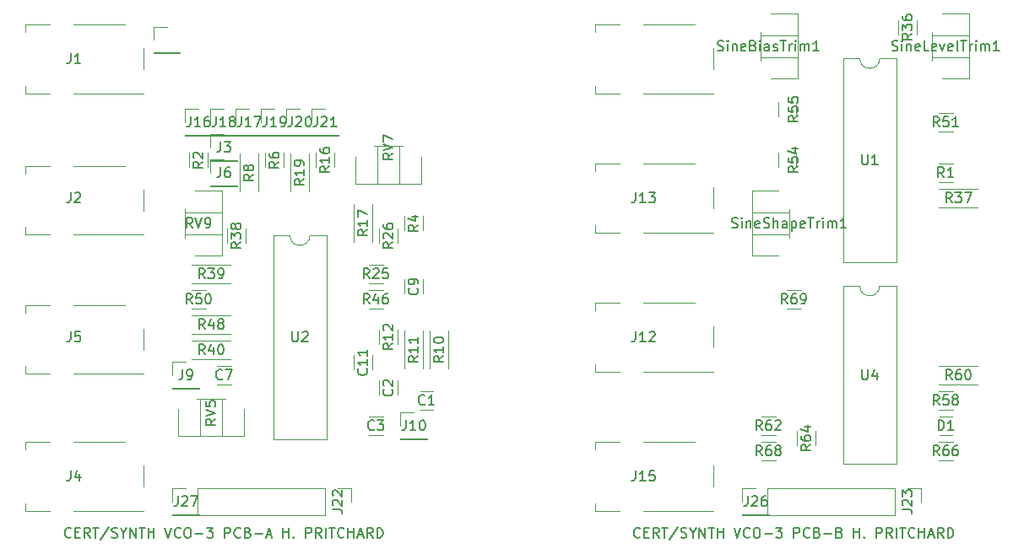
<source format=gbr>
%TF.GenerationSoftware,KiCad,Pcbnew,(6.0.5)*%
%TF.CreationDate,2023-05-16T23:55:54-04:00*%
%TF.ProjectId,as3340_no_mux,61733333-3430-45f6-9e6f-5f6d75782e6b,rev?*%
%TF.SameCoordinates,Original*%
%TF.FileFunction,Legend,Top*%
%TF.FilePolarity,Positive*%
%FSLAX46Y46*%
G04 Gerber Fmt 4.6, Leading zero omitted, Abs format (unit mm)*
G04 Created by KiCad (PCBNEW (6.0.5)) date 2023-05-16 23:55:54*
%MOMM*%
%LPD*%
G01*
G04 APERTURE LIST*
%ADD10C,0.150000*%
%ADD11C,0.120000*%
G04 APERTURE END LIST*
D10*
X38006666Y-155932142D02*
X37959047Y-155979761D01*
X37816190Y-156027380D01*
X37720952Y-156027380D01*
X37578095Y-155979761D01*
X37482857Y-155884523D01*
X37435238Y-155789285D01*
X37387619Y-155598809D01*
X37387619Y-155455952D01*
X37435238Y-155265476D01*
X37482857Y-155170238D01*
X37578095Y-155075000D01*
X37720952Y-155027380D01*
X37816190Y-155027380D01*
X37959047Y-155075000D01*
X38006666Y-155122619D01*
X38435238Y-155503571D02*
X38768571Y-155503571D01*
X38911428Y-156027380D02*
X38435238Y-156027380D01*
X38435238Y-155027380D01*
X38911428Y-155027380D01*
X39911428Y-156027380D02*
X39578095Y-155551190D01*
X39340000Y-156027380D02*
X39340000Y-155027380D01*
X39720952Y-155027380D01*
X39816190Y-155075000D01*
X39863809Y-155122619D01*
X39911428Y-155217857D01*
X39911428Y-155360714D01*
X39863809Y-155455952D01*
X39816190Y-155503571D01*
X39720952Y-155551190D01*
X39340000Y-155551190D01*
X40197142Y-155027380D02*
X40768571Y-155027380D01*
X40482857Y-156027380D02*
X40482857Y-155027380D01*
X41816190Y-154979761D02*
X40959047Y-156265476D01*
X42101904Y-155979761D02*
X42244761Y-156027380D01*
X42482857Y-156027380D01*
X42578095Y-155979761D01*
X42625714Y-155932142D01*
X42673333Y-155836904D01*
X42673333Y-155741666D01*
X42625714Y-155646428D01*
X42578095Y-155598809D01*
X42482857Y-155551190D01*
X42292380Y-155503571D01*
X42197142Y-155455952D01*
X42149523Y-155408333D01*
X42101904Y-155313095D01*
X42101904Y-155217857D01*
X42149523Y-155122619D01*
X42197142Y-155075000D01*
X42292380Y-155027380D01*
X42530476Y-155027380D01*
X42673333Y-155075000D01*
X43292380Y-155551190D02*
X43292380Y-156027380D01*
X42959047Y-155027380D02*
X43292380Y-155551190D01*
X43625714Y-155027380D01*
X43959047Y-156027380D02*
X43959047Y-155027380D01*
X44530476Y-156027380D01*
X44530476Y-155027380D01*
X44863809Y-155027380D02*
X45435238Y-155027380D01*
X45149523Y-156027380D02*
X45149523Y-155027380D01*
X45768571Y-156027380D02*
X45768571Y-155027380D01*
X45768571Y-155503571D02*
X46340000Y-155503571D01*
X46340000Y-156027380D02*
X46340000Y-155027380D01*
X47435238Y-155027380D02*
X47768571Y-156027380D01*
X48101904Y-155027380D01*
X49006666Y-155932142D02*
X48959047Y-155979761D01*
X48816190Y-156027380D01*
X48720952Y-156027380D01*
X48578095Y-155979761D01*
X48482857Y-155884523D01*
X48435238Y-155789285D01*
X48387619Y-155598809D01*
X48387619Y-155455952D01*
X48435238Y-155265476D01*
X48482857Y-155170238D01*
X48578095Y-155075000D01*
X48720952Y-155027380D01*
X48816190Y-155027380D01*
X48959047Y-155075000D01*
X49006666Y-155122619D01*
X49625714Y-155027380D02*
X49816190Y-155027380D01*
X49911428Y-155075000D01*
X50006666Y-155170238D01*
X50054285Y-155360714D01*
X50054285Y-155694047D01*
X50006666Y-155884523D01*
X49911428Y-155979761D01*
X49816190Y-156027380D01*
X49625714Y-156027380D01*
X49530476Y-155979761D01*
X49435238Y-155884523D01*
X49387619Y-155694047D01*
X49387619Y-155360714D01*
X49435238Y-155170238D01*
X49530476Y-155075000D01*
X49625714Y-155027380D01*
X50482857Y-155646428D02*
X51244761Y-155646428D01*
X51625714Y-155027380D02*
X52244761Y-155027380D01*
X51911428Y-155408333D01*
X52054285Y-155408333D01*
X52149523Y-155455952D01*
X52197142Y-155503571D01*
X52244761Y-155598809D01*
X52244761Y-155836904D01*
X52197142Y-155932142D01*
X52149523Y-155979761D01*
X52054285Y-156027380D01*
X51768571Y-156027380D01*
X51673333Y-155979761D01*
X51625714Y-155932142D01*
X53435238Y-156027380D02*
X53435238Y-155027380D01*
X53816190Y-155027380D01*
X53911428Y-155075000D01*
X53959047Y-155122619D01*
X54006666Y-155217857D01*
X54006666Y-155360714D01*
X53959047Y-155455952D01*
X53911428Y-155503571D01*
X53816190Y-155551190D01*
X53435238Y-155551190D01*
X55006666Y-155932142D02*
X54959047Y-155979761D01*
X54816190Y-156027380D01*
X54720952Y-156027380D01*
X54578095Y-155979761D01*
X54482857Y-155884523D01*
X54435238Y-155789285D01*
X54387619Y-155598809D01*
X54387619Y-155455952D01*
X54435238Y-155265476D01*
X54482857Y-155170238D01*
X54578095Y-155075000D01*
X54720952Y-155027380D01*
X54816190Y-155027380D01*
X54959047Y-155075000D01*
X55006666Y-155122619D01*
X55768571Y-155503571D02*
X55911428Y-155551190D01*
X55959047Y-155598809D01*
X56006666Y-155694047D01*
X56006666Y-155836904D01*
X55959047Y-155932142D01*
X55911428Y-155979761D01*
X55816190Y-156027380D01*
X55435238Y-156027380D01*
X55435238Y-155027380D01*
X55768571Y-155027380D01*
X55863809Y-155075000D01*
X55911428Y-155122619D01*
X55959047Y-155217857D01*
X55959047Y-155313095D01*
X55911428Y-155408333D01*
X55863809Y-155455952D01*
X55768571Y-155503571D01*
X55435238Y-155503571D01*
X56435238Y-155646428D02*
X57197142Y-155646428D01*
X57625714Y-155741666D02*
X58101904Y-155741666D01*
X57530476Y-156027380D02*
X57863809Y-155027380D01*
X58197142Y-156027380D01*
X59292380Y-156027380D02*
X59292380Y-155027380D01*
X59292380Y-155503571D02*
X59863809Y-155503571D01*
X59863809Y-156027380D02*
X59863809Y-155027380D01*
X60340000Y-155932142D02*
X60387619Y-155979761D01*
X60340000Y-156027380D01*
X60292380Y-155979761D01*
X60340000Y-155932142D01*
X60340000Y-156027380D01*
X61578095Y-156027380D02*
X61578095Y-155027380D01*
X61959047Y-155027380D01*
X62054285Y-155075000D01*
X62101904Y-155122619D01*
X62149523Y-155217857D01*
X62149523Y-155360714D01*
X62101904Y-155455952D01*
X62054285Y-155503571D01*
X61959047Y-155551190D01*
X61578095Y-155551190D01*
X63149523Y-156027380D02*
X62816190Y-155551190D01*
X62578095Y-156027380D02*
X62578095Y-155027380D01*
X62959047Y-155027380D01*
X63054285Y-155075000D01*
X63101904Y-155122619D01*
X63149523Y-155217857D01*
X63149523Y-155360714D01*
X63101904Y-155455952D01*
X63054285Y-155503571D01*
X62959047Y-155551190D01*
X62578095Y-155551190D01*
X63578095Y-156027380D02*
X63578095Y-155027380D01*
X63911428Y-155027380D02*
X64482857Y-155027380D01*
X64197142Y-156027380D02*
X64197142Y-155027380D01*
X65387619Y-155932142D02*
X65340000Y-155979761D01*
X65197142Y-156027380D01*
X65101904Y-156027380D01*
X64959047Y-155979761D01*
X64863809Y-155884523D01*
X64816190Y-155789285D01*
X64768571Y-155598809D01*
X64768571Y-155455952D01*
X64816190Y-155265476D01*
X64863809Y-155170238D01*
X64959047Y-155075000D01*
X65101904Y-155027380D01*
X65197142Y-155027380D01*
X65340000Y-155075000D01*
X65387619Y-155122619D01*
X65816190Y-156027380D02*
X65816190Y-155027380D01*
X65816190Y-155503571D02*
X66387619Y-155503571D01*
X66387619Y-156027380D02*
X66387619Y-155027380D01*
X66816190Y-155741666D02*
X67292380Y-155741666D01*
X66720952Y-156027380D02*
X67054285Y-155027380D01*
X67387619Y-156027380D01*
X68292380Y-156027380D02*
X67959047Y-155551190D01*
X67720952Y-156027380D02*
X67720952Y-155027380D01*
X68101904Y-155027380D01*
X68197142Y-155075000D01*
X68244761Y-155122619D01*
X68292380Y-155217857D01*
X68292380Y-155360714D01*
X68244761Y-155455952D01*
X68197142Y-155503571D01*
X68101904Y-155551190D01*
X67720952Y-155551190D01*
X68720952Y-156027380D02*
X68720952Y-155027380D01*
X68959047Y-155027380D01*
X69101904Y-155075000D01*
X69197142Y-155170238D01*
X69244761Y-155265476D01*
X69292380Y-155455952D01*
X69292380Y-155598809D01*
X69244761Y-155789285D01*
X69197142Y-155884523D01*
X69101904Y-155979761D01*
X68959047Y-156027380D01*
X68720952Y-156027380D01*
X95085238Y-155932142D02*
X95037619Y-155979761D01*
X94894761Y-156027380D01*
X94799523Y-156027380D01*
X94656666Y-155979761D01*
X94561428Y-155884523D01*
X94513809Y-155789285D01*
X94466190Y-155598809D01*
X94466190Y-155455952D01*
X94513809Y-155265476D01*
X94561428Y-155170238D01*
X94656666Y-155075000D01*
X94799523Y-155027380D01*
X94894761Y-155027380D01*
X95037619Y-155075000D01*
X95085238Y-155122619D01*
X95513809Y-155503571D02*
X95847142Y-155503571D01*
X95990000Y-156027380D02*
X95513809Y-156027380D01*
X95513809Y-155027380D01*
X95990000Y-155027380D01*
X96990000Y-156027380D02*
X96656666Y-155551190D01*
X96418571Y-156027380D02*
X96418571Y-155027380D01*
X96799523Y-155027380D01*
X96894761Y-155075000D01*
X96942380Y-155122619D01*
X96990000Y-155217857D01*
X96990000Y-155360714D01*
X96942380Y-155455952D01*
X96894761Y-155503571D01*
X96799523Y-155551190D01*
X96418571Y-155551190D01*
X97275714Y-155027380D02*
X97847142Y-155027380D01*
X97561428Y-156027380D02*
X97561428Y-155027380D01*
X98894761Y-154979761D02*
X98037619Y-156265476D01*
X99180476Y-155979761D02*
X99323333Y-156027380D01*
X99561428Y-156027380D01*
X99656666Y-155979761D01*
X99704285Y-155932142D01*
X99751904Y-155836904D01*
X99751904Y-155741666D01*
X99704285Y-155646428D01*
X99656666Y-155598809D01*
X99561428Y-155551190D01*
X99370952Y-155503571D01*
X99275714Y-155455952D01*
X99228095Y-155408333D01*
X99180476Y-155313095D01*
X99180476Y-155217857D01*
X99228095Y-155122619D01*
X99275714Y-155075000D01*
X99370952Y-155027380D01*
X99609047Y-155027380D01*
X99751904Y-155075000D01*
X100370952Y-155551190D02*
X100370952Y-156027380D01*
X100037619Y-155027380D02*
X100370952Y-155551190D01*
X100704285Y-155027380D01*
X101037619Y-156027380D02*
X101037619Y-155027380D01*
X101609047Y-156027380D01*
X101609047Y-155027380D01*
X101942380Y-155027380D02*
X102513809Y-155027380D01*
X102228095Y-156027380D02*
X102228095Y-155027380D01*
X102847142Y-156027380D02*
X102847142Y-155027380D01*
X102847142Y-155503571D02*
X103418571Y-155503571D01*
X103418571Y-156027380D02*
X103418571Y-155027380D01*
X104513809Y-155027380D02*
X104847142Y-156027380D01*
X105180476Y-155027380D01*
X106085238Y-155932142D02*
X106037619Y-155979761D01*
X105894761Y-156027380D01*
X105799523Y-156027380D01*
X105656666Y-155979761D01*
X105561428Y-155884523D01*
X105513809Y-155789285D01*
X105466190Y-155598809D01*
X105466190Y-155455952D01*
X105513809Y-155265476D01*
X105561428Y-155170238D01*
X105656666Y-155075000D01*
X105799523Y-155027380D01*
X105894761Y-155027380D01*
X106037619Y-155075000D01*
X106085238Y-155122619D01*
X106704285Y-155027380D02*
X106894761Y-155027380D01*
X106990000Y-155075000D01*
X107085238Y-155170238D01*
X107132857Y-155360714D01*
X107132857Y-155694047D01*
X107085238Y-155884523D01*
X106990000Y-155979761D01*
X106894761Y-156027380D01*
X106704285Y-156027380D01*
X106609047Y-155979761D01*
X106513809Y-155884523D01*
X106466190Y-155694047D01*
X106466190Y-155360714D01*
X106513809Y-155170238D01*
X106609047Y-155075000D01*
X106704285Y-155027380D01*
X107561428Y-155646428D02*
X108323333Y-155646428D01*
X108704285Y-155027380D02*
X109323333Y-155027380D01*
X108990000Y-155408333D01*
X109132857Y-155408333D01*
X109228095Y-155455952D01*
X109275714Y-155503571D01*
X109323333Y-155598809D01*
X109323333Y-155836904D01*
X109275714Y-155932142D01*
X109228095Y-155979761D01*
X109132857Y-156027380D01*
X108847142Y-156027380D01*
X108751904Y-155979761D01*
X108704285Y-155932142D01*
X110513809Y-156027380D02*
X110513809Y-155027380D01*
X110894761Y-155027380D01*
X110990000Y-155075000D01*
X111037619Y-155122619D01*
X111085238Y-155217857D01*
X111085238Y-155360714D01*
X111037619Y-155455952D01*
X110990000Y-155503571D01*
X110894761Y-155551190D01*
X110513809Y-155551190D01*
X112085238Y-155932142D02*
X112037619Y-155979761D01*
X111894761Y-156027380D01*
X111799523Y-156027380D01*
X111656666Y-155979761D01*
X111561428Y-155884523D01*
X111513809Y-155789285D01*
X111466190Y-155598809D01*
X111466190Y-155455952D01*
X111513809Y-155265476D01*
X111561428Y-155170238D01*
X111656666Y-155075000D01*
X111799523Y-155027380D01*
X111894761Y-155027380D01*
X112037619Y-155075000D01*
X112085238Y-155122619D01*
X112847142Y-155503571D02*
X112990000Y-155551190D01*
X113037619Y-155598809D01*
X113085238Y-155694047D01*
X113085238Y-155836904D01*
X113037619Y-155932142D01*
X112990000Y-155979761D01*
X112894761Y-156027380D01*
X112513809Y-156027380D01*
X112513809Y-155027380D01*
X112847142Y-155027380D01*
X112942380Y-155075000D01*
X112990000Y-155122619D01*
X113037619Y-155217857D01*
X113037619Y-155313095D01*
X112990000Y-155408333D01*
X112942380Y-155455952D01*
X112847142Y-155503571D01*
X112513809Y-155503571D01*
X113513809Y-155646428D02*
X114275714Y-155646428D01*
X115085238Y-155503571D02*
X115228095Y-155551190D01*
X115275714Y-155598809D01*
X115323333Y-155694047D01*
X115323333Y-155836904D01*
X115275714Y-155932142D01*
X115228095Y-155979761D01*
X115132857Y-156027380D01*
X114751904Y-156027380D01*
X114751904Y-155027380D01*
X115085238Y-155027380D01*
X115180476Y-155075000D01*
X115228095Y-155122619D01*
X115275714Y-155217857D01*
X115275714Y-155313095D01*
X115228095Y-155408333D01*
X115180476Y-155455952D01*
X115085238Y-155503571D01*
X114751904Y-155503571D01*
X116513809Y-156027380D02*
X116513809Y-155027380D01*
X116513809Y-155503571D02*
X117085238Y-155503571D01*
X117085238Y-156027380D02*
X117085238Y-155027380D01*
X117561428Y-155932142D02*
X117609047Y-155979761D01*
X117561428Y-156027380D01*
X117513809Y-155979761D01*
X117561428Y-155932142D01*
X117561428Y-156027380D01*
X118799523Y-156027380D02*
X118799523Y-155027380D01*
X119180476Y-155027380D01*
X119275714Y-155075000D01*
X119323333Y-155122619D01*
X119370952Y-155217857D01*
X119370952Y-155360714D01*
X119323333Y-155455952D01*
X119275714Y-155503571D01*
X119180476Y-155551190D01*
X118799523Y-155551190D01*
X120370952Y-156027380D02*
X120037619Y-155551190D01*
X119799523Y-156027380D02*
X119799523Y-155027380D01*
X120180476Y-155027380D01*
X120275714Y-155075000D01*
X120323333Y-155122619D01*
X120370952Y-155217857D01*
X120370952Y-155360714D01*
X120323333Y-155455952D01*
X120275714Y-155503571D01*
X120180476Y-155551190D01*
X119799523Y-155551190D01*
X120799523Y-156027380D02*
X120799523Y-155027380D01*
X121132857Y-155027380D02*
X121704285Y-155027380D01*
X121418571Y-156027380D02*
X121418571Y-155027380D01*
X122609047Y-155932142D02*
X122561428Y-155979761D01*
X122418571Y-156027380D01*
X122323333Y-156027380D01*
X122180476Y-155979761D01*
X122085238Y-155884523D01*
X122037619Y-155789285D01*
X121990000Y-155598809D01*
X121990000Y-155455952D01*
X122037619Y-155265476D01*
X122085238Y-155170238D01*
X122180476Y-155075000D01*
X122323333Y-155027380D01*
X122418571Y-155027380D01*
X122561428Y-155075000D01*
X122609047Y-155122619D01*
X123037619Y-156027380D02*
X123037619Y-155027380D01*
X123037619Y-155503571D02*
X123609047Y-155503571D01*
X123609047Y-156027380D02*
X123609047Y-155027380D01*
X124037619Y-155741666D02*
X124513809Y-155741666D01*
X123942380Y-156027380D02*
X124275714Y-155027380D01*
X124609047Y-156027380D01*
X125513809Y-156027380D02*
X125180476Y-155551190D01*
X124942380Y-156027380D02*
X124942380Y-155027380D01*
X125323333Y-155027380D01*
X125418571Y-155075000D01*
X125466190Y-155122619D01*
X125513809Y-155217857D01*
X125513809Y-155360714D01*
X125466190Y-155455952D01*
X125418571Y-155503571D01*
X125323333Y-155551190D01*
X124942380Y-155551190D01*
X125942380Y-156027380D02*
X125942380Y-155027380D01*
X126180476Y-155027380D01*
X126323333Y-155075000D01*
X126418571Y-155170238D01*
X126466190Y-155265476D01*
X126513809Y-155455952D01*
X126513809Y-155598809D01*
X126466190Y-155789285D01*
X126418571Y-155884523D01*
X126323333Y-155979761D01*
X126180476Y-156027380D01*
X125942380Y-156027380D01*
%TO.C,J18*%
X52530476Y-113752380D02*
X52530476Y-114466666D01*
X52482857Y-114609523D01*
X52387619Y-114704761D01*
X52244761Y-114752380D01*
X52149523Y-114752380D01*
X53530476Y-114752380D02*
X52959047Y-114752380D01*
X53244761Y-114752380D02*
X53244761Y-113752380D01*
X53149523Y-113895238D01*
X53054285Y-113990476D01*
X52959047Y-114038095D01*
X54101904Y-114180952D02*
X54006666Y-114133333D01*
X53959047Y-114085714D01*
X53911428Y-113990476D01*
X53911428Y-113942857D01*
X53959047Y-113847619D01*
X54006666Y-113800000D01*
X54101904Y-113752380D01*
X54292380Y-113752380D01*
X54387619Y-113800000D01*
X54435238Y-113847619D01*
X54482857Y-113942857D01*
X54482857Y-113990476D01*
X54435238Y-114085714D01*
X54387619Y-114133333D01*
X54292380Y-114180952D01*
X54101904Y-114180952D01*
X54006666Y-114228571D01*
X53959047Y-114276190D01*
X53911428Y-114371428D01*
X53911428Y-114561904D01*
X53959047Y-114657142D01*
X54006666Y-114704761D01*
X54101904Y-114752380D01*
X54292380Y-114752380D01*
X54387619Y-114704761D01*
X54435238Y-114657142D01*
X54482857Y-114561904D01*
X54482857Y-114371428D01*
X54435238Y-114276190D01*
X54387619Y-114228571D01*
X54292380Y-114180952D01*
%TO.C,J2*%
X37966666Y-121372380D02*
X37966666Y-122086666D01*
X37919047Y-122229523D01*
X37823809Y-122324761D01*
X37680952Y-122372380D01*
X37585714Y-122372380D01*
X38395238Y-121467619D02*
X38442857Y-121420000D01*
X38538095Y-121372380D01*
X38776190Y-121372380D01*
X38871428Y-121420000D01*
X38919047Y-121467619D01*
X38966666Y-121562857D01*
X38966666Y-121658095D01*
X38919047Y-121800952D01*
X38347619Y-122372380D01*
X38966666Y-122372380D01*
%TO.C,J16*%
X49990476Y-113752380D02*
X49990476Y-114466666D01*
X49942857Y-114609523D01*
X49847619Y-114704761D01*
X49704761Y-114752380D01*
X49609523Y-114752380D01*
X50990476Y-114752380D02*
X50419047Y-114752380D01*
X50704761Y-114752380D02*
X50704761Y-113752380D01*
X50609523Y-113895238D01*
X50514285Y-113990476D01*
X50419047Y-114038095D01*
X51847619Y-113752380D02*
X51657142Y-113752380D01*
X51561904Y-113800000D01*
X51514285Y-113847619D01*
X51419047Y-113990476D01*
X51371428Y-114180952D01*
X51371428Y-114561904D01*
X51419047Y-114657142D01*
X51466666Y-114704761D01*
X51561904Y-114752380D01*
X51752380Y-114752380D01*
X51847619Y-114704761D01*
X51895238Y-114657142D01*
X51942857Y-114561904D01*
X51942857Y-114323809D01*
X51895238Y-114228571D01*
X51847619Y-114180952D01*
X51752380Y-114133333D01*
X51561904Y-114133333D01*
X51466666Y-114180952D01*
X51419047Y-114228571D01*
X51371428Y-114323809D01*
%TO.C,C11*%
X67667142Y-139072857D02*
X67714761Y-139120476D01*
X67762380Y-139263333D01*
X67762380Y-139358571D01*
X67714761Y-139501428D01*
X67619523Y-139596666D01*
X67524285Y-139644285D01*
X67333809Y-139691904D01*
X67190952Y-139691904D01*
X67000476Y-139644285D01*
X66905238Y-139596666D01*
X66810000Y-139501428D01*
X66762380Y-139358571D01*
X66762380Y-139263333D01*
X66810000Y-139120476D01*
X66857619Y-139072857D01*
X67762380Y-138120476D02*
X67762380Y-138691904D01*
X67762380Y-138406190D02*
X66762380Y-138406190D01*
X66905238Y-138501428D01*
X67000476Y-138596666D01*
X67048095Y-138691904D01*
X67762380Y-137168095D02*
X67762380Y-137739523D01*
X67762380Y-137453809D02*
X66762380Y-137453809D01*
X66905238Y-137549047D01*
X67000476Y-137644285D01*
X67048095Y-137739523D01*
%TO.C,J17*%
X55070476Y-113752380D02*
X55070476Y-114466666D01*
X55022857Y-114609523D01*
X54927619Y-114704761D01*
X54784761Y-114752380D01*
X54689523Y-114752380D01*
X56070476Y-114752380D02*
X55499047Y-114752380D01*
X55784761Y-114752380D02*
X55784761Y-113752380D01*
X55689523Y-113895238D01*
X55594285Y-113990476D01*
X55499047Y-114038095D01*
X56403809Y-113752380D02*
X57070476Y-113752380D01*
X56641904Y-114752380D01*
%TO.C,J3*%
X53006666Y-116292380D02*
X53006666Y-117006666D01*
X52959047Y-117149523D01*
X52863809Y-117244761D01*
X52720952Y-117292380D01*
X52625714Y-117292380D01*
X53387619Y-116292380D02*
X54006666Y-116292380D01*
X53673333Y-116673333D01*
X53816190Y-116673333D01*
X53911428Y-116720952D01*
X53959047Y-116768571D01*
X54006666Y-116863809D01*
X54006666Y-117101904D01*
X53959047Y-117197142D01*
X53911428Y-117244761D01*
X53816190Y-117292380D01*
X53530476Y-117292380D01*
X53435238Y-117244761D01*
X53387619Y-117197142D01*
%TO.C,J1*%
X37966666Y-107402380D02*
X37966666Y-108116666D01*
X37919047Y-108259523D01*
X37823809Y-108354761D01*
X37680952Y-108402380D01*
X37585714Y-108402380D01*
X38966666Y-108402380D02*
X38395238Y-108402380D01*
X38680952Y-108402380D02*
X38680952Y-107402380D01*
X38585714Y-107545238D01*
X38490476Y-107640476D01*
X38395238Y-107688095D01*
%TO.C,J6*%
X53006666Y-118832380D02*
X53006666Y-119546666D01*
X52959047Y-119689523D01*
X52863809Y-119784761D01*
X52720952Y-119832380D01*
X52625714Y-119832380D01*
X53911428Y-118832380D02*
X53720952Y-118832380D01*
X53625714Y-118880000D01*
X53578095Y-118927619D01*
X53482857Y-119070476D01*
X53435238Y-119260952D01*
X53435238Y-119641904D01*
X53482857Y-119737142D01*
X53530476Y-119784761D01*
X53625714Y-119832380D01*
X53816190Y-119832380D01*
X53911428Y-119784761D01*
X53959047Y-119737142D01*
X54006666Y-119641904D01*
X54006666Y-119403809D01*
X53959047Y-119308571D01*
X53911428Y-119260952D01*
X53816190Y-119213333D01*
X53625714Y-119213333D01*
X53530476Y-119260952D01*
X53482857Y-119308571D01*
X53435238Y-119403809D01*
%TO.C,J9*%
X49196666Y-139152380D02*
X49196666Y-139866666D01*
X49149047Y-140009523D01*
X49053809Y-140104761D01*
X48910952Y-140152380D01*
X48815714Y-140152380D01*
X49720476Y-140152380D02*
X49910952Y-140152380D01*
X50006190Y-140104761D01*
X50053809Y-140057142D01*
X50149047Y-139914285D01*
X50196666Y-139723809D01*
X50196666Y-139342857D01*
X50149047Y-139247619D01*
X50101428Y-139200000D01*
X50006190Y-139152380D01*
X49815714Y-139152380D01*
X49720476Y-139200000D01*
X49672857Y-139247619D01*
X49625238Y-139342857D01*
X49625238Y-139580952D01*
X49672857Y-139676190D01*
X49720476Y-139723809D01*
X49815714Y-139771428D01*
X50006190Y-139771428D01*
X50101428Y-139723809D01*
X50149047Y-139676190D01*
X50196666Y-139580952D01*
%TO.C,J10*%
X71580476Y-144232380D02*
X71580476Y-144946666D01*
X71532857Y-145089523D01*
X71437619Y-145184761D01*
X71294761Y-145232380D01*
X71199523Y-145232380D01*
X72580476Y-145232380D02*
X72009047Y-145232380D01*
X72294761Y-145232380D02*
X72294761Y-144232380D01*
X72199523Y-144375238D01*
X72104285Y-144470476D01*
X72009047Y-144518095D01*
X73199523Y-144232380D02*
X73294761Y-144232380D01*
X73390000Y-144280000D01*
X73437619Y-144327619D01*
X73485238Y-144422857D01*
X73532857Y-144613333D01*
X73532857Y-144851428D01*
X73485238Y-145041904D01*
X73437619Y-145137142D01*
X73390000Y-145184761D01*
X73294761Y-145232380D01*
X73199523Y-145232380D01*
X73104285Y-145184761D01*
X73056666Y-145137142D01*
X73009047Y-145041904D01*
X72961428Y-144851428D01*
X72961428Y-144613333D01*
X73009047Y-144422857D01*
X73056666Y-144327619D01*
X73104285Y-144280000D01*
X73199523Y-144232380D01*
%TO.C,J5*%
X37966666Y-135342380D02*
X37966666Y-136056666D01*
X37919047Y-136199523D01*
X37823809Y-136294761D01*
X37680952Y-136342380D01*
X37585714Y-136342380D01*
X38919047Y-135342380D02*
X38442857Y-135342380D01*
X38395238Y-135818571D01*
X38442857Y-135770952D01*
X38538095Y-135723333D01*
X38776190Y-135723333D01*
X38871428Y-135770952D01*
X38919047Y-135818571D01*
X38966666Y-135913809D01*
X38966666Y-136151904D01*
X38919047Y-136247142D01*
X38871428Y-136294761D01*
X38776190Y-136342380D01*
X38538095Y-136342380D01*
X38442857Y-136294761D01*
X38395238Y-136247142D01*
%TO.C,J4*%
X37966666Y-149312380D02*
X37966666Y-150026666D01*
X37919047Y-150169523D01*
X37823809Y-150264761D01*
X37680952Y-150312380D01*
X37585714Y-150312380D01*
X38871428Y-149645714D02*
X38871428Y-150312380D01*
X38633333Y-149264761D02*
X38395238Y-149979047D01*
X39014285Y-149979047D01*
%TO.C,J19*%
X57610476Y-113752380D02*
X57610476Y-114466666D01*
X57562857Y-114609523D01*
X57467619Y-114704761D01*
X57324761Y-114752380D01*
X57229523Y-114752380D01*
X58610476Y-114752380D02*
X58039047Y-114752380D01*
X58324761Y-114752380D02*
X58324761Y-113752380D01*
X58229523Y-113895238D01*
X58134285Y-113990476D01*
X58039047Y-114038095D01*
X59086666Y-114752380D02*
X59277142Y-114752380D01*
X59372380Y-114704761D01*
X59420000Y-114657142D01*
X59515238Y-114514285D01*
X59562857Y-114323809D01*
X59562857Y-113942857D01*
X59515238Y-113847619D01*
X59467619Y-113800000D01*
X59372380Y-113752380D01*
X59181904Y-113752380D01*
X59086666Y-113800000D01*
X59039047Y-113847619D01*
X58991428Y-113942857D01*
X58991428Y-114180952D01*
X59039047Y-114276190D01*
X59086666Y-114323809D01*
X59181904Y-114371428D01*
X59372380Y-114371428D01*
X59467619Y-114323809D01*
X59515238Y-114276190D01*
X59562857Y-114180952D01*
%TO.C,J20*%
X60150476Y-113752380D02*
X60150476Y-114466666D01*
X60102857Y-114609523D01*
X60007619Y-114704761D01*
X59864761Y-114752380D01*
X59769523Y-114752380D01*
X60579047Y-113847619D02*
X60626666Y-113800000D01*
X60721904Y-113752380D01*
X60960000Y-113752380D01*
X61055238Y-113800000D01*
X61102857Y-113847619D01*
X61150476Y-113942857D01*
X61150476Y-114038095D01*
X61102857Y-114180952D01*
X60531428Y-114752380D01*
X61150476Y-114752380D01*
X61769523Y-113752380D02*
X61864761Y-113752380D01*
X61960000Y-113800000D01*
X62007619Y-113847619D01*
X62055238Y-113942857D01*
X62102857Y-114133333D01*
X62102857Y-114371428D01*
X62055238Y-114561904D01*
X62007619Y-114657142D01*
X61960000Y-114704761D01*
X61864761Y-114752380D01*
X61769523Y-114752380D01*
X61674285Y-114704761D01*
X61626666Y-114657142D01*
X61579047Y-114561904D01*
X61531428Y-114371428D01*
X61531428Y-114133333D01*
X61579047Y-113942857D01*
X61626666Y-113847619D01*
X61674285Y-113800000D01*
X61769523Y-113752380D01*
%TO.C,J21*%
X62690476Y-113752380D02*
X62690476Y-114466666D01*
X62642857Y-114609523D01*
X62547619Y-114704761D01*
X62404761Y-114752380D01*
X62309523Y-114752380D01*
X63119047Y-113847619D02*
X63166666Y-113800000D01*
X63261904Y-113752380D01*
X63500000Y-113752380D01*
X63595238Y-113800000D01*
X63642857Y-113847619D01*
X63690476Y-113942857D01*
X63690476Y-114038095D01*
X63642857Y-114180952D01*
X63071428Y-114752380D01*
X63690476Y-114752380D01*
X64642857Y-114752380D02*
X64071428Y-114752380D01*
X64357142Y-114752380D02*
X64357142Y-113752380D01*
X64261904Y-113895238D01*
X64166666Y-113990476D01*
X64071428Y-114038095D01*
%TO.C,R2*%
X51252380Y-118276666D02*
X50776190Y-118610000D01*
X51252380Y-118848095D02*
X50252380Y-118848095D01*
X50252380Y-118467142D01*
X50300000Y-118371904D01*
X50347619Y-118324285D01*
X50442857Y-118276666D01*
X50585714Y-118276666D01*
X50680952Y-118324285D01*
X50728571Y-118371904D01*
X50776190Y-118467142D01*
X50776190Y-118848095D01*
X50347619Y-117895714D02*
X50300000Y-117848095D01*
X50252380Y-117752857D01*
X50252380Y-117514761D01*
X50300000Y-117419523D01*
X50347619Y-117371904D01*
X50442857Y-117324285D01*
X50538095Y-117324285D01*
X50680952Y-117371904D01*
X51252380Y-117943333D01*
X51252380Y-117324285D01*
%TO.C,R8*%
X56332380Y-119546666D02*
X55856190Y-119880000D01*
X56332380Y-120118095D02*
X55332380Y-120118095D01*
X55332380Y-119737142D01*
X55380000Y-119641904D01*
X55427619Y-119594285D01*
X55522857Y-119546666D01*
X55665714Y-119546666D01*
X55760952Y-119594285D01*
X55808571Y-119641904D01*
X55856190Y-119737142D01*
X55856190Y-120118095D01*
X55760952Y-118975238D02*
X55713333Y-119070476D01*
X55665714Y-119118095D01*
X55570476Y-119165714D01*
X55522857Y-119165714D01*
X55427619Y-119118095D01*
X55380000Y-119070476D01*
X55332380Y-118975238D01*
X55332380Y-118784761D01*
X55380000Y-118689523D01*
X55427619Y-118641904D01*
X55522857Y-118594285D01*
X55570476Y-118594285D01*
X55665714Y-118641904D01*
X55713333Y-118689523D01*
X55760952Y-118784761D01*
X55760952Y-118975238D01*
X55808571Y-119070476D01*
X55856190Y-119118095D01*
X55951428Y-119165714D01*
X56141904Y-119165714D01*
X56237142Y-119118095D01*
X56284761Y-119070476D01*
X56332380Y-118975238D01*
X56332380Y-118784761D01*
X56284761Y-118689523D01*
X56237142Y-118641904D01*
X56141904Y-118594285D01*
X55951428Y-118594285D01*
X55856190Y-118641904D01*
X55808571Y-118689523D01*
X55760952Y-118784761D01*
%TO.C,R50*%
X50157142Y-132532380D02*
X49823809Y-132056190D01*
X49585714Y-132532380D02*
X49585714Y-131532380D01*
X49966666Y-131532380D01*
X50061904Y-131580000D01*
X50109523Y-131627619D01*
X50157142Y-131722857D01*
X50157142Y-131865714D01*
X50109523Y-131960952D01*
X50061904Y-132008571D01*
X49966666Y-132056190D01*
X49585714Y-132056190D01*
X51061904Y-131532380D02*
X50585714Y-131532380D01*
X50538095Y-132008571D01*
X50585714Y-131960952D01*
X50680952Y-131913333D01*
X50919047Y-131913333D01*
X51014285Y-131960952D01*
X51061904Y-132008571D01*
X51109523Y-132103809D01*
X51109523Y-132341904D01*
X51061904Y-132437142D01*
X51014285Y-132484761D01*
X50919047Y-132532380D01*
X50680952Y-132532380D01*
X50585714Y-132484761D01*
X50538095Y-132437142D01*
X51728571Y-131532380D02*
X51823809Y-131532380D01*
X51919047Y-131580000D01*
X51966666Y-131627619D01*
X52014285Y-131722857D01*
X52061904Y-131913333D01*
X52061904Y-132151428D01*
X52014285Y-132341904D01*
X51966666Y-132437142D01*
X51919047Y-132484761D01*
X51823809Y-132532380D01*
X51728571Y-132532380D01*
X51633333Y-132484761D01*
X51585714Y-132437142D01*
X51538095Y-132341904D01*
X51490476Y-132151428D01*
X51490476Y-131913333D01*
X51538095Y-131722857D01*
X51585714Y-131627619D01*
X51633333Y-131580000D01*
X51728571Y-131532380D01*
%TO.C,R16*%
X63952380Y-118752857D02*
X63476190Y-119086190D01*
X63952380Y-119324285D02*
X62952380Y-119324285D01*
X62952380Y-118943333D01*
X63000000Y-118848095D01*
X63047619Y-118800476D01*
X63142857Y-118752857D01*
X63285714Y-118752857D01*
X63380952Y-118800476D01*
X63428571Y-118848095D01*
X63476190Y-118943333D01*
X63476190Y-119324285D01*
X63952380Y-117800476D02*
X63952380Y-118371904D01*
X63952380Y-118086190D02*
X62952380Y-118086190D01*
X63095238Y-118181428D01*
X63190476Y-118276666D01*
X63238095Y-118371904D01*
X62952380Y-116943333D02*
X62952380Y-117133809D01*
X63000000Y-117229047D01*
X63047619Y-117276666D01*
X63190476Y-117371904D01*
X63380952Y-117419523D01*
X63761904Y-117419523D01*
X63857142Y-117371904D01*
X63904761Y-117324285D01*
X63952380Y-117229047D01*
X63952380Y-117038571D01*
X63904761Y-116943333D01*
X63857142Y-116895714D01*
X63761904Y-116848095D01*
X63523809Y-116848095D01*
X63428571Y-116895714D01*
X63380952Y-116943333D01*
X63333333Y-117038571D01*
X63333333Y-117229047D01*
X63380952Y-117324285D01*
X63428571Y-117371904D01*
X63523809Y-117419523D01*
%TO.C,R38*%
X55062380Y-126372857D02*
X54586190Y-126706190D01*
X55062380Y-126944285D02*
X54062380Y-126944285D01*
X54062380Y-126563333D01*
X54110000Y-126468095D01*
X54157619Y-126420476D01*
X54252857Y-126372857D01*
X54395714Y-126372857D01*
X54490952Y-126420476D01*
X54538571Y-126468095D01*
X54586190Y-126563333D01*
X54586190Y-126944285D01*
X54062380Y-126039523D02*
X54062380Y-125420476D01*
X54443333Y-125753809D01*
X54443333Y-125610952D01*
X54490952Y-125515714D01*
X54538571Y-125468095D01*
X54633809Y-125420476D01*
X54871904Y-125420476D01*
X54967142Y-125468095D01*
X55014761Y-125515714D01*
X55062380Y-125610952D01*
X55062380Y-125896666D01*
X55014761Y-125991904D01*
X54967142Y-126039523D01*
X54490952Y-124849047D02*
X54443333Y-124944285D01*
X54395714Y-124991904D01*
X54300476Y-125039523D01*
X54252857Y-125039523D01*
X54157619Y-124991904D01*
X54110000Y-124944285D01*
X54062380Y-124849047D01*
X54062380Y-124658571D01*
X54110000Y-124563333D01*
X54157619Y-124515714D01*
X54252857Y-124468095D01*
X54300476Y-124468095D01*
X54395714Y-124515714D01*
X54443333Y-124563333D01*
X54490952Y-124658571D01*
X54490952Y-124849047D01*
X54538571Y-124944285D01*
X54586190Y-124991904D01*
X54681428Y-125039523D01*
X54871904Y-125039523D01*
X54967142Y-124991904D01*
X55014761Y-124944285D01*
X55062380Y-124849047D01*
X55062380Y-124658571D01*
X55014761Y-124563333D01*
X54967142Y-124515714D01*
X54871904Y-124468095D01*
X54681428Y-124468095D01*
X54586190Y-124515714D01*
X54538571Y-124563333D01*
X54490952Y-124658571D01*
%TO.C,R11*%
X72842380Y-137802857D02*
X72366190Y-138136190D01*
X72842380Y-138374285D02*
X71842380Y-138374285D01*
X71842380Y-137993333D01*
X71890000Y-137898095D01*
X71937619Y-137850476D01*
X72032857Y-137802857D01*
X72175714Y-137802857D01*
X72270952Y-137850476D01*
X72318571Y-137898095D01*
X72366190Y-137993333D01*
X72366190Y-138374285D01*
X72842380Y-136850476D02*
X72842380Y-137421904D01*
X72842380Y-137136190D02*
X71842380Y-137136190D01*
X71985238Y-137231428D01*
X72080476Y-137326666D01*
X72128095Y-137421904D01*
X72842380Y-135898095D02*
X72842380Y-136469523D01*
X72842380Y-136183809D02*
X71842380Y-136183809D01*
X71985238Y-136279047D01*
X72080476Y-136374285D01*
X72128095Y-136469523D01*
%TO.C,R4*%
X72842380Y-124626666D02*
X72366190Y-124960000D01*
X72842380Y-125198095D02*
X71842380Y-125198095D01*
X71842380Y-124817142D01*
X71890000Y-124721904D01*
X71937619Y-124674285D01*
X72032857Y-124626666D01*
X72175714Y-124626666D01*
X72270952Y-124674285D01*
X72318571Y-124721904D01*
X72366190Y-124817142D01*
X72366190Y-125198095D01*
X72175714Y-123769523D02*
X72842380Y-123769523D01*
X71794761Y-124007619D02*
X72509047Y-124245714D01*
X72509047Y-123626666D01*
%TO.C,R25*%
X67937142Y-129992380D02*
X67603809Y-129516190D01*
X67365714Y-129992380D02*
X67365714Y-128992380D01*
X67746666Y-128992380D01*
X67841904Y-129040000D01*
X67889523Y-129087619D01*
X67937142Y-129182857D01*
X67937142Y-129325714D01*
X67889523Y-129420952D01*
X67841904Y-129468571D01*
X67746666Y-129516190D01*
X67365714Y-129516190D01*
X68318095Y-129087619D02*
X68365714Y-129040000D01*
X68460952Y-128992380D01*
X68699047Y-128992380D01*
X68794285Y-129040000D01*
X68841904Y-129087619D01*
X68889523Y-129182857D01*
X68889523Y-129278095D01*
X68841904Y-129420952D01*
X68270476Y-129992380D01*
X68889523Y-129992380D01*
X69794285Y-128992380D02*
X69318095Y-128992380D01*
X69270476Y-129468571D01*
X69318095Y-129420952D01*
X69413333Y-129373333D01*
X69651428Y-129373333D01*
X69746666Y-129420952D01*
X69794285Y-129468571D01*
X69841904Y-129563809D01*
X69841904Y-129801904D01*
X69794285Y-129897142D01*
X69746666Y-129944761D01*
X69651428Y-129992380D01*
X69413333Y-129992380D01*
X69318095Y-129944761D01*
X69270476Y-129897142D01*
%TO.C,R26*%
X70302380Y-126372857D02*
X69826190Y-126706190D01*
X70302380Y-126944285D02*
X69302380Y-126944285D01*
X69302380Y-126563333D01*
X69350000Y-126468095D01*
X69397619Y-126420476D01*
X69492857Y-126372857D01*
X69635714Y-126372857D01*
X69730952Y-126420476D01*
X69778571Y-126468095D01*
X69826190Y-126563333D01*
X69826190Y-126944285D01*
X69397619Y-125991904D02*
X69350000Y-125944285D01*
X69302380Y-125849047D01*
X69302380Y-125610952D01*
X69350000Y-125515714D01*
X69397619Y-125468095D01*
X69492857Y-125420476D01*
X69588095Y-125420476D01*
X69730952Y-125468095D01*
X70302380Y-126039523D01*
X70302380Y-125420476D01*
X69302380Y-124563333D02*
X69302380Y-124753809D01*
X69350000Y-124849047D01*
X69397619Y-124896666D01*
X69540476Y-124991904D01*
X69730952Y-125039523D01*
X70111904Y-125039523D01*
X70207142Y-124991904D01*
X70254761Y-124944285D01*
X70302380Y-124849047D01*
X70302380Y-124658571D01*
X70254761Y-124563333D01*
X70207142Y-124515714D01*
X70111904Y-124468095D01*
X69873809Y-124468095D01*
X69778571Y-124515714D01*
X69730952Y-124563333D01*
X69683333Y-124658571D01*
X69683333Y-124849047D01*
X69730952Y-124944285D01*
X69778571Y-124991904D01*
X69873809Y-125039523D01*
%TO.C,R10*%
X75382380Y-137802857D02*
X74906190Y-138136190D01*
X75382380Y-138374285D02*
X74382380Y-138374285D01*
X74382380Y-137993333D01*
X74430000Y-137898095D01*
X74477619Y-137850476D01*
X74572857Y-137802857D01*
X74715714Y-137802857D01*
X74810952Y-137850476D01*
X74858571Y-137898095D01*
X74906190Y-137993333D01*
X74906190Y-138374285D01*
X75382380Y-136850476D02*
X75382380Y-137421904D01*
X75382380Y-137136190D02*
X74382380Y-137136190D01*
X74525238Y-137231428D01*
X74620476Y-137326666D01*
X74668095Y-137421904D01*
X74382380Y-136231428D02*
X74382380Y-136136190D01*
X74430000Y-136040952D01*
X74477619Y-135993333D01*
X74572857Y-135945714D01*
X74763333Y-135898095D01*
X75001428Y-135898095D01*
X75191904Y-135945714D01*
X75287142Y-135993333D01*
X75334761Y-136040952D01*
X75382380Y-136136190D01*
X75382380Y-136231428D01*
X75334761Y-136326666D01*
X75287142Y-136374285D01*
X75191904Y-136421904D01*
X75001428Y-136469523D01*
X74763333Y-136469523D01*
X74572857Y-136421904D01*
X74477619Y-136374285D01*
X74430000Y-136326666D01*
X74382380Y-136231428D01*
%TO.C,R40*%
X51427142Y-137612380D02*
X51093809Y-137136190D01*
X50855714Y-137612380D02*
X50855714Y-136612380D01*
X51236666Y-136612380D01*
X51331904Y-136660000D01*
X51379523Y-136707619D01*
X51427142Y-136802857D01*
X51427142Y-136945714D01*
X51379523Y-137040952D01*
X51331904Y-137088571D01*
X51236666Y-137136190D01*
X50855714Y-137136190D01*
X52284285Y-136945714D02*
X52284285Y-137612380D01*
X52046190Y-136564761D02*
X51808095Y-137279047D01*
X52427142Y-137279047D01*
X52998571Y-136612380D02*
X53093809Y-136612380D01*
X53189047Y-136660000D01*
X53236666Y-136707619D01*
X53284285Y-136802857D01*
X53331904Y-136993333D01*
X53331904Y-137231428D01*
X53284285Y-137421904D01*
X53236666Y-137517142D01*
X53189047Y-137564761D01*
X53093809Y-137612380D01*
X52998571Y-137612380D01*
X52903333Y-137564761D01*
X52855714Y-137517142D01*
X52808095Y-137421904D01*
X52760476Y-137231428D01*
X52760476Y-136993333D01*
X52808095Y-136802857D01*
X52855714Y-136707619D01*
X52903333Y-136660000D01*
X52998571Y-136612380D01*
%TO.C,R17*%
X67762380Y-125102857D02*
X67286190Y-125436190D01*
X67762380Y-125674285D02*
X66762380Y-125674285D01*
X66762380Y-125293333D01*
X66810000Y-125198095D01*
X66857619Y-125150476D01*
X66952857Y-125102857D01*
X67095714Y-125102857D01*
X67190952Y-125150476D01*
X67238571Y-125198095D01*
X67286190Y-125293333D01*
X67286190Y-125674285D01*
X67762380Y-124150476D02*
X67762380Y-124721904D01*
X67762380Y-124436190D02*
X66762380Y-124436190D01*
X66905238Y-124531428D01*
X67000476Y-124626666D01*
X67048095Y-124721904D01*
X66762380Y-123817142D02*
X66762380Y-123150476D01*
X67762380Y-123579047D01*
%TO.C,R19*%
X61412380Y-120022857D02*
X60936190Y-120356190D01*
X61412380Y-120594285D02*
X60412380Y-120594285D01*
X60412380Y-120213333D01*
X60460000Y-120118095D01*
X60507619Y-120070476D01*
X60602857Y-120022857D01*
X60745714Y-120022857D01*
X60840952Y-120070476D01*
X60888571Y-120118095D01*
X60936190Y-120213333D01*
X60936190Y-120594285D01*
X61412380Y-119070476D02*
X61412380Y-119641904D01*
X61412380Y-119356190D02*
X60412380Y-119356190D01*
X60555238Y-119451428D01*
X60650476Y-119546666D01*
X60698095Y-119641904D01*
X61412380Y-118594285D02*
X61412380Y-118403809D01*
X61364761Y-118308571D01*
X61317142Y-118260952D01*
X61174285Y-118165714D01*
X60983809Y-118118095D01*
X60602857Y-118118095D01*
X60507619Y-118165714D01*
X60460000Y-118213333D01*
X60412380Y-118308571D01*
X60412380Y-118499047D01*
X60460000Y-118594285D01*
X60507619Y-118641904D01*
X60602857Y-118689523D01*
X60840952Y-118689523D01*
X60936190Y-118641904D01*
X60983809Y-118594285D01*
X61031428Y-118499047D01*
X61031428Y-118308571D01*
X60983809Y-118213333D01*
X60936190Y-118165714D01*
X60840952Y-118118095D01*
%TO.C,R39*%
X51427142Y-129992380D02*
X51093809Y-129516190D01*
X50855714Y-129992380D02*
X50855714Y-128992380D01*
X51236666Y-128992380D01*
X51331904Y-129040000D01*
X51379523Y-129087619D01*
X51427142Y-129182857D01*
X51427142Y-129325714D01*
X51379523Y-129420952D01*
X51331904Y-129468571D01*
X51236666Y-129516190D01*
X50855714Y-129516190D01*
X51760476Y-128992380D02*
X52379523Y-128992380D01*
X52046190Y-129373333D01*
X52189047Y-129373333D01*
X52284285Y-129420952D01*
X52331904Y-129468571D01*
X52379523Y-129563809D01*
X52379523Y-129801904D01*
X52331904Y-129897142D01*
X52284285Y-129944761D01*
X52189047Y-129992380D01*
X51903333Y-129992380D01*
X51808095Y-129944761D01*
X51760476Y-129897142D01*
X52855714Y-129992380D02*
X53046190Y-129992380D01*
X53141428Y-129944761D01*
X53189047Y-129897142D01*
X53284285Y-129754285D01*
X53331904Y-129563809D01*
X53331904Y-129182857D01*
X53284285Y-129087619D01*
X53236666Y-129040000D01*
X53141428Y-128992380D01*
X52950952Y-128992380D01*
X52855714Y-129040000D01*
X52808095Y-129087619D01*
X52760476Y-129182857D01*
X52760476Y-129420952D01*
X52808095Y-129516190D01*
X52855714Y-129563809D01*
X52950952Y-129611428D01*
X53141428Y-129611428D01*
X53236666Y-129563809D01*
X53284285Y-129516190D01*
X53331904Y-129420952D01*
%TO.C,R46*%
X67937142Y-132532380D02*
X67603809Y-132056190D01*
X67365714Y-132532380D02*
X67365714Y-131532380D01*
X67746666Y-131532380D01*
X67841904Y-131580000D01*
X67889523Y-131627619D01*
X67937142Y-131722857D01*
X67937142Y-131865714D01*
X67889523Y-131960952D01*
X67841904Y-132008571D01*
X67746666Y-132056190D01*
X67365714Y-132056190D01*
X68794285Y-131865714D02*
X68794285Y-132532380D01*
X68556190Y-131484761D02*
X68318095Y-132199047D01*
X68937142Y-132199047D01*
X69746666Y-131532380D02*
X69556190Y-131532380D01*
X69460952Y-131580000D01*
X69413333Y-131627619D01*
X69318095Y-131770476D01*
X69270476Y-131960952D01*
X69270476Y-132341904D01*
X69318095Y-132437142D01*
X69365714Y-132484761D01*
X69460952Y-132532380D01*
X69651428Y-132532380D01*
X69746666Y-132484761D01*
X69794285Y-132437142D01*
X69841904Y-132341904D01*
X69841904Y-132103809D01*
X69794285Y-132008571D01*
X69746666Y-131960952D01*
X69651428Y-131913333D01*
X69460952Y-131913333D01*
X69365714Y-131960952D01*
X69318095Y-132008571D01*
X69270476Y-132103809D01*
%TO.C,R12*%
X70302380Y-136532857D02*
X69826190Y-136866190D01*
X70302380Y-137104285D02*
X69302380Y-137104285D01*
X69302380Y-136723333D01*
X69350000Y-136628095D01*
X69397619Y-136580476D01*
X69492857Y-136532857D01*
X69635714Y-136532857D01*
X69730952Y-136580476D01*
X69778571Y-136628095D01*
X69826190Y-136723333D01*
X69826190Y-137104285D01*
X70302380Y-135580476D02*
X70302380Y-136151904D01*
X70302380Y-135866190D02*
X69302380Y-135866190D01*
X69445238Y-135961428D01*
X69540476Y-136056666D01*
X69588095Y-136151904D01*
X69397619Y-135199523D02*
X69350000Y-135151904D01*
X69302380Y-135056666D01*
X69302380Y-134818571D01*
X69350000Y-134723333D01*
X69397619Y-134675714D01*
X69492857Y-134628095D01*
X69588095Y-134628095D01*
X69730952Y-134675714D01*
X70302380Y-135247142D01*
X70302380Y-134628095D01*
%TO.C,R48*%
X51427142Y-135072380D02*
X51093809Y-134596190D01*
X50855714Y-135072380D02*
X50855714Y-134072380D01*
X51236666Y-134072380D01*
X51331904Y-134120000D01*
X51379523Y-134167619D01*
X51427142Y-134262857D01*
X51427142Y-134405714D01*
X51379523Y-134500952D01*
X51331904Y-134548571D01*
X51236666Y-134596190D01*
X50855714Y-134596190D01*
X52284285Y-134405714D02*
X52284285Y-135072380D01*
X52046190Y-134024761D02*
X51808095Y-134739047D01*
X52427142Y-134739047D01*
X52950952Y-134500952D02*
X52855714Y-134453333D01*
X52808095Y-134405714D01*
X52760476Y-134310476D01*
X52760476Y-134262857D01*
X52808095Y-134167619D01*
X52855714Y-134120000D01*
X52950952Y-134072380D01*
X53141428Y-134072380D01*
X53236666Y-134120000D01*
X53284285Y-134167619D01*
X53331904Y-134262857D01*
X53331904Y-134310476D01*
X53284285Y-134405714D01*
X53236666Y-134453333D01*
X53141428Y-134500952D01*
X52950952Y-134500952D01*
X52855714Y-134548571D01*
X52808095Y-134596190D01*
X52760476Y-134691428D01*
X52760476Y-134881904D01*
X52808095Y-134977142D01*
X52855714Y-135024761D01*
X52950952Y-135072380D01*
X53141428Y-135072380D01*
X53236666Y-135024761D01*
X53284285Y-134977142D01*
X53331904Y-134881904D01*
X53331904Y-134691428D01*
X53284285Y-134596190D01*
X53236666Y-134548571D01*
X53141428Y-134500952D01*
%TO.C,RV5*%
X52522380Y-144105238D02*
X52046190Y-144438571D01*
X52522380Y-144676666D02*
X51522380Y-144676666D01*
X51522380Y-144295714D01*
X51570000Y-144200476D01*
X51617619Y-144152857D01*
X51712857Y-144105238D01*
X51855714Y-144105238D01*
X51950952Y-144152857D01*
X51998571Y-144200476D01*
X52046190Y-144295714D01*
X52046190Y-144676666D01*
X51522380Y-143819523D02*
X52522380Y-143486190D01*
X51522380Y-143152857D01*
X51522380Y-142343333D02*
X51522380Y-142819523D01*
X51998571Y-142867142D01*
X51950952Y-142819523D01*
X51903333Y-142724285D01*
X51903333Y-142486190D01*
X51950952Y-142390952D01*
X51998571Y-142343333D01*
X52093809Y-142295714D01*
X52331904Y-142295714D01*
X52427142Y-142343333D01*
X52474761Y-142390952D01*
X52522380Y-142486190D01*
X52522380Y-142724285D01*
X52474761Y-142819523D01*
X52427142Y-142867142D01*
%TO.C,RV9*%
X50204761Y-124912380D02*
X49871428Y-124436190D01*
X49633333Y-124912380D02*
X49633333Y-123912380D01*
X50014285Y-123912380D01*
X50109523Y-123960000D01*
X50157142Y-124007619D01*
X50204761Y-124102857D01*
X50204761Y-124245714D01*
X50157142Y-124340952D01*
X50109523Y-124388571D01*
X50014285Y-124436190D01*
X49633333Y-124436190D01*
X50490476Y-123912380D02*
X50823809Y-124912380D01*
X51157142Y-123912380D01*
X51538095Y-124912380D02*
X51728571Y-124912380D01*
X51823809Y-124864761D01*
X51871428Y-124817142D01*
X51966666Y-124674285D01*
X52014285Y-124483809D01*
X52014285Y-124102857D01*
X51966666Y-124007619D01*
X51919047Y-123960000D01*
X51823809Y-123912380D01*
X51633333Y-123912380D01*
X51538095Y-123960000D01*
X51490476Y-124007619D01*
X51442857Y-124102857D01*
X51442857Y-124340952D01*
X51490476Y-124436190D01*
X51538095Y-124483809D01*
X51633333Y-124531428D01*
X51823809Y-124531428D01*
X51919047Y-124483809D01*
X51966666Y-124436190D01*
X52014285Y-124340952D01*
%TO.C,RV7*%
X70302380Y-117435238D02*
X69826190Y-117768571D01*
X70302380Y-118006666D02*
X69302380Y-118006666D01*
X69302380Y-117625714D01*
X69350000Y-117530476D01*
X69397619Y-117482857D01*
X69492857Y-117435238D01*
X69635714Y-117435238D01*
X69730952Y-117482857D01*
X69778571Y-117530476D01*
X69826190Y-117625714D01*
X69826190Y-118006666D01*
X69302380Y-117149523D02*
X70302380Y-116816190D01*
X69302380Y-116482857D01*
X69302380Y-116244761D02*
X69302380Y-115578095D01*
X70302380Y-116006666D01*
%TO.C,C2*%
X70207142Y-141136666D02*
X70254761Y-141184285D01*
X70302380Y-141327142D01*
X70302380Y-141422380D01*
X70254761Y-141565238D01*
X70159523Y-141660476D01*
X70064285Y-141708095D01*
X69873809Y-141755714D01*
X69730952Y-141755714D01*
X69540476Y-141708095D01*
X69445238Y-141660476D01*
X69350000Y-141565238D01*
X69302380Y-141422380D01*
X69302380Y-141327142D01*
X69350000Y-141184285D01*
X69397619Y-141136666D01*
X69397619Y-140755714D02*
X69350000Y-140708095D01*
X69302380Y-140612857D01*
X69302380Y-140374761D01*
X69350000Y-140279523D01*
X69397619Y-140231904D01*
X69492857Y-140184285D01*
X69588095Y-140184285D01*
X69730952Y-140231904D01*
X70302380Y-140803333D01*
X70302380Y-140184285D01*
%TO.C,C3*%
X68413333Y-145137142D02*
X68365714Y-145184761D01*
X68222857Y-145232380D01*
X68127619Y-145232380D01*
X67984761Y-145184761D01*
X67889523Y-145089523D01*
X67841904Y-144994285D01*
X67794285Y-144803809D01*
X67794285Y-144660952D01*
X67841904Y-144470476D01*
X67889523Y-144375238D01*
X67984761Y-144280000D01*
X68127619Y-144232380D01*
X68222857Y-144232380D01*
X68365714Y-144280000D01*
X68413333Y-144327619D01*
X68746666Y-144232380D02*
X69365714Y-144232380D01*
X69032380Y-144613333D01*
X69175238Y-144613333D01*
X69270476Y-144660952D01*
X69318095Y-144708571D01*
X69365714Y-144803809D01*
X69365714Y-145041904D01*
X69318095Y-145137142D01*
X69270476Y-145184761D01*
X69175238Y-145232380D01*
X68889523Y-145232380D01*
X68794285Y-145184761D01*
X68746666Y-145137142D01*
%TO.C,C7*%
X53173333Y-140057142D02*
X53125714Y-140104761D01*
X52982857Y-140152380D01*
X52887619Y-140152380D01*
X52744761Y-140104761D01*
X52649523Y-140009523D01*
X52601904Y-139914285D01*
X52554285Y-139723809D01*
X52554285Y-139580952D01*
X52601904Y-139390476D01*
X52649523Y-139295238D01*
X52744761Y-139200000D01*
X52887619Y-139152380D01*
X52982857Y-139152380D01*
X53125714Y-139200000D01*
X53173333Y-139247619D01*
X53506666Y-139152380D02*
X54173333Y-139152380D01*
X53744761Y-140152380D01*
%TO.C,C9*%
X72747142Y-130976666D02*
X72794761Y-131024285D01*
X72842380Y-131167142D01*
X72842380Y-131262380D01*
X72794761Y-131405238D01*
X72699523Y-131500476D01*
X72604285Y-131548095D01*
X72413809Y-131595714D01*
X72270952Y-131595714D01*
X72080476Y-131548095D01*
X71985238Y-131500476D01*
X71890000Y-131405238D01*
X71842380Y-131262380D01*
X71842380Y-131167142D01*
X71890000Y-131024285D01*
X71937619Y-130976666D01*
X72842380Y-130500476D02*
X72842380Y-130310000D01*
X72794761Y-130214761D01*
X72747142Y-130167142D01*
X72604285Y-130071904D01*
X72413809Y-130024285D01*
X72032857Y-130024285D01*
X71937619Y-130071904D01*
X71890000Y-130119523D01*
X71842380Y-130214761D01*
X71842380Y-130405238D01*
X71890000Y-130500476D01*
X71937619Y-130548095D01*
X72032857Y-130595714D01*
X72270952Y-130595714D01*
X72366190Y-130548095D01*
X72413809Y-130500476D01*
X72461428Y-130405238D01*
X72461428Y-130214761D01*
X72413809Y-130119523D01*
X72366190Y-130071904D01*
X72270952Y-130024285D01*
%TO.C,C1*%
X73493333Y-142597142D02*
X73445714Y-142644761D01*
X73302857Y-142692380D01*
X73207619Y-142692380D01*
X73064761Y-142644761D01*
X72969523Y-142549523D01*
X72921904Y-142454285D01*
X72874285Y-142263809D01*
X72874285Y-142120952D01*
X72921904Y-141930476D01*
X72969523Y-141835238D01*
X73064761Y-141740000D01*
X73207619Y-141692380D01*
X73302857Y-141692380D01*
X73445714Y-141740000D01*
X73493333Y-141787619D01*
X74445714Y-142692380D02*
X73874285Y-142692380D01*
X74160000Y-142692380D02*
X74160000Y-141692380D01*
X74064761Y-141835238D01*
X73969523Y-141930476D01*
X73874285Y-141978095D01*
%TO.C,J22*%
X64222380Y-153209523D02*
X64936666Y-153209523D01*
X65079523Y-153257142D01*
X65174761Y-153352380D01*
X65222380Y-153495238D01*
X65222380Y-153590476D01*
X64317619Y-152780952D02*
X64270000Y-152733333D01*
X64222380Y-152638095D01*
X64222380Y-152400000D01*
X64270000Y-152304761D01*
X64317619Y-152257142D01*
X64412857Y-152209523D01*
X64508095Y-152209523D01*
X64650952Y-152257142D01*
X65222380Y-152828571D01*
X65222380Y-152209523D01*
X64317619Y-151828571D02*
X64270000Y-151780952D01*
X64222380Y-151685714D01*
X64222380Y-151447619D01*
X64270000Y-151352380D01*
X64317619Y-151304761D01*
X64412857Y-151257142D01*
X64508095Y-151257142D01*
X64650952Y-151304761D01*
X65222380Y-151876190D01*
X65222380Y-151257142D01*
%TO.C,J27*%
X48720476Y-151852380D02*
X48720476Y-152566666D01*
X48672857Y-152709523D01*
X48577619Y-152804761D01*
X48434761Y-152852380D01*
X48339523Y-152852380D01*
X49149047Y-151947619D02*
X49196666Y-151900000D01*
X49291904Y-151852380D01*
X49530000Y-151852380D01*
X49625238Y-151900000D01*
X49672857Y-151947619D01*
X49720476Y-152042857D01*
X49720476Y-152138095D01*
X49672857Y-152280952D01*
X49101428Y-152852380D01*
X49720476Y-152852380D01*
X50053809Y-151852380D02*
X50720476Y-151852380D01*
X50291904Y-152852380D01*
%TO.C,U2*%
X60208095Y-135342380D02*
X60208095Y-136151904D01*
X60255714Y-136247142D01*
X60303333Y-136294761D01*
X60398571Y-136342380D01*
X60589047Y-136342380D01*
X60684285Y-136294761D01*
X60731904Y-136247142D01*
X60779523Y-136151904D01*
X60779523Y-135342380D01*
X61208095Y-135437619D02*
X61255714Y-135390000D01*
X61350952Y-135342380D01*
X61589047Y-135342380D01*
X61684285Y-135390000D01*
X61731904Y-135437619D01*
X61779523Y-135532857D01*
X61779523Y-135628095D01*
X61731904Y-135770952D01*
X61160476Y-136342380D01*
X61779523Y-136342380D01*
%TO.C,R6*%
X58872380Y-118276666D02*
X58396190Y-118610000D01*
X58872380Y-118848095D02*
X57872380Y-118848095D01*
X57872380Y-118467142D01*
X57920000Y-118371904D01*
X57967619Y-118324285D01*
X58062857Y-118276666D01*
X58205714Y-118276666D01*
X58300952Y-118324285D01*
X58348571Y-118371904D01*
X58396190Y-118467142D01*
X58396190Y-118848095D01*
X57872380Y-117419523D02*
X57872380Y-117610000D01*
X57920000Y-117705238D01*
X57967619Y-117752857D01*
X58110476Y-117848095D01*
X58300952Y-117895714D01*
X58681904Y-117895714D01*
X58777142Y-117848095D01*
X58824761Y-117800476D01*
X58872380Y-117705238D01*
X58872380Y-117514761D01*
X58824761Y-117419523D01*
X58777142Y-117371904D01*
X58681904Y-117324285D01*
X58443809Y-117324285D01*
X58348571Y-117371904D01*
X58300952Y-117419523D01*
X58253333Y-117514761D01*
X58253333Y-117705238D01*
X58300952Y-117800476D01*
X58348571Y-117848095D01*
X58443809Y-117895714D01*
%TO.C,J26*%
X105870476Y-151852380D02*
X105870476Y-152566666D01*
X105822857Y-152709523D01*
X105727619Y-152804761D01*
X105584761Y-152852380D01*
X105489523Y-152852380D01*
X106299047Y-151947619D02*
X106346666Y-151900000D01*
X106441904Y-151852380D01*
X106680000Y-151852380D01*
X106775238Y-151900000D01*
X106822857Y-151947619D01*
X106870476Y-152042857D01*
X106870476Y-152138095D01*
X106822857Y-152280952D01*
X106251428Y-152852380D01*
X106870476Y-152852380D01*
X107727619Y-151852380D02*
X107537142Y-151852380D01*
X107441904Y-151900000D01*
X107394285Y-151947619D01*
X107299047Y-152090476D01*
X107251428Y-152280952D01*
X107251428Y-152661904D01*
X107299047Y-152757142D01*
X107346666Y-152804761D01*
X107441904Y-152852380D01*
X107632380Y-152852380D01*
X107727619Y-152804761D01*
X107775238Y-152757142D01*
X107822857Y-152661904D01*
X107822857Y-152423809D01*
X107775238Y-152328571D01*
X107727619Y-152280952D01*
X107632380Y-152233333D01*
X107441904Y-152233333D01*
X107346666Y-152280952D01*
X107299047Y-152328571D01*
X107251428Y-152423809D01*
%TO.C,R58*%
X125087142Y-142692380D02*
X124753809Y-142216190D01*
X124515714Y-142692380D02*
X124515714Y-141692380D01*
X124896666Y-141692380D01*
X124991904Y-141740000D01*
X125039523Y-141787619D01*
X125087142Y-141882857D01*
X125087142Y-142025714D01*
X125039523Y-142120952D01*
X124991904Y-142168571D01*
X124896666Y-142216190D01*
X124515714Y-142216190D01*
X125991904Y-141692380D02*
X125515714Y-141692380D01*
X125468095Y-142168571D01*
X125515714Y-142120952D01*
X125610952Y-142073333D01*
X125849047Y-142073333D01*
X125944285Y-142120952D01*
X125991904Y-142168571D01*
X126039523Y-142263809D01*
X126039523Y-142501904D01*
X125991904Y-142597142D01*
X125944285Y-142644761D01*
X125849047Y-142692380D01*
X125610952Y-142692380D01*
X125515714Y-142644761D01*
X125468095Y-142597142D01*
X126610952Y-142120952D02*
X126515714Y-142073333D01*
X126468095Y-142025714D01*
X126420476Y-141930476D01*
X126420476Y-141882857D01*
X126468095Y-141787619D01*
X126515714Y-141740000D01*
X126610952Y-141692380D01*
X126801428Y-141692380D01*
X126896666Y-141740000D01*
X126944285Y-141787619D01*
X126991904Y-141882857D01*
X126991904Y-141930476D01*
X126944285Y-142025714D01*
X126896666Y-142073333D01*
X126801428Y-142120952D01*
X126610952Y-142120952D01*
X126515714Y-142168571D01*
X126468095Y-142216190D01*
X126420476Y-142311428D01*
X126420476Y-142501904D01*
X126468095Y-142597142D01*
X126515714Y-142644761D01*
X126610952Y-142692380D01*
X126801428Y-142692380D01*
X126896666Y-142644761D01*
X126944285Y-142597142D01*
X126991904Y-142501904D01*
X126991904Y-142311428D01*
X126944285Y-142216190D01*
X126896666Y-142168571D01*
X126801428Y-142120952D01*
%TO.C,J23*%
X121372380Y-153209523D02*
X122086666Y-153209523D01*
X122229523Y-153257142D01*
X122324761Y-153352380D01*
X122372380Y-153495238D01*
X122372380Y-153590476D01*
X121467619Y-152780952D02*
X121420000Y-152733333D01*
X121372380Y-152638095D01*
X121372380Y-152400000D01*
X121420000Y-152304761D01*
X121467619Y-152257142D01*
X121562857Y-152209523D01*
X121658095Y-152209523D01*
X121800952Y-152257142D01*
X122372380Y-152828571D01*
X122372380Y-152209523D01*
X121372380Y-151876190D02*
X121372380Y-151257142D01*
X121753333Y-151590476D01*
X121753333Y-151447619D01*
X121800952Y-151352380D01*
X121848571Y-151304761D01*
X121943809Y-151257142D01*
X122181904Y-151257142D01*
X122277142Y-151304761D01*
X122324761Y-151352380D01*
X122372380Y-151447619D01*
X122372380Y-151733333D01*
X122324761Y-151828571D01*
X122277142Y-151876190D01*
%TO.C,D1*%
X125011904Y-145232380D02*
X125011904Y-144232380D01*
X125250000Y-144232380D01*
X125392857Y-144280000D01*
X125488095Y-144375238D01*
X125535714Y-144470476D01*
X125583333Y-144660952D01*
X125583333Y-144803809D01*
X125535714Y-144994285D01*
X125488095Y-145089523D01*
X125392857Y-145184761D01*
X125250000Y-145232380D01*
X125011904Y-145232380D01*
X126535714Y-145232380D02*
X125964285Y-145232380D01*
X126250000Y-145232380D02*
X126250000Y-144232380D01*
X126154761Y-144375238D01*
X126059523Y-144470476D01*
X125964285Y-144518095D01*
%TO.C,U4*%
X117348095Y-139152380D02*
X117348095Y-139961904D01*
X117395714Y-140057142D01*
X117443333Y-140104761D01*
X117538571Y-140152380D01*
X117729047Y-140152380D01*
X117824285Y-140104761D01*
X117871904Y-140057142D01*
X117919523Y-139961904D01*
X117919523Y-139152380D01*
X118824285Y-139485714D02*
X118824285Y-140152380D01*
X118586190Y-139104761D02*
X118348095Y-139819047D01*
X118967142Y-139819047D01*
%TO.C,U1*%
X117358095Y-117562380D02*
X117358095Y-118371904D01*
X117405714Y-118467142D01*
X117453333Y-118514761D01*
X117548571Y-118562380D01*
X117739047Y-118562380D01*
X117834285Y-118514761D01*
X117881904Y-118467142D01*
X117929523Y-118371904D01*
X117929523Y-117562380D01*
X118929523Y-118562380D02*
X118358095Y-118562380D01*
X118643809Y-118562380D02*
X118643809Y-117562380D01*
X118548571Y-117705238D01*
X118453333Y-117800476D01*
X118358095Y-117848095D01*
%TO.C,SineShapeTrim1*%
X104292904Y-124864261D02*
X104435761Y-124911880D01*
X104673857Y-124911880D01*
X104769095Y-124864261D01*
X104816714Y-124816642D01*
X104864333Y-124721404D01*
X104864333Y-124626166D01*
X104816714Y-124530928D01*
X104769095Y-124483309D01*
X104673857Y-124435690D01*
X104483380Y-124388071D01*
X104388142Y-124340452D01*
X104340523Y-124292833D01*
X104292904Y-124197595D01*
X104292904Y-124102357D01*
X104340523Y-124007119D01*
X104388142Y-123959500D01*
X104483380Y-123911880D01*
X104721476Y-123911880D01*
X104864333Y-123959500D01*
X105292904Y-124911880D02*
X105292904Y-124245214D01*
X105292904Y-123911880D02*
X105245285Y-123959500D01*
X105292904Y-124007119D01*
X105340523Y-123959500D01*
X105292904Y-123911880D01*
X105292904Y-124007119D01*
X105769095Y-124245214D02*
X105769095Y-124911880D01*
X105769095Y-124340452D02*
X105816714Y-124292833D01*
X105911952Y-124245214D01*
X106054809Y-124245214D01*
X106150047Y-124292833D01*
X106197666Y-124388071D01*
X106197666Y-124911880D01*
X107054809Y-124864261D02*
X106959571Y-124911880D01*
X106769095Y-124911880D01*
X106673857Y-124864261D01*
X106626238Y-124769023D01*
X106626238Y-124388071D01*
X106673857Y-124292833D01*
X106769095Y-124245214D01*
X106959571Y-124245214D01*
X107054809Y-124292833D01*
X107102428Y-124388071D01*
X107102428Y-124483309D01*
X106626238Y-124578547D01*
X107483380Y-124864261D02*
X107626238Y-124911880D01*
X107864333Y-124911880D01*
X107959571Y-124864261D01*
X108007190Y-124816642D01*
X108054809Y-124721404D01*
X108054809Y-124626166D01*
X108007190Y-124530928D01*
X107959571Y-124483309D01*
X107864333Y-124435690D01*
X107673857Y-124388071D01*
X107578619Y-124340452D01*
X107531000Y-124292833D01*
X107483380Y-124197595D01*
X107483380Y-124102357D01*
X107531000Y-124007119D01*
X107578619Y-123959500D01*
X107673857Y-123911880D01*
X107911952Y-123911880D01*
X108054809Y-123959500D01*
X108483380Y-124911880D02*
X108483380Y-123911880D01*
X108911952Y-124911880D02*
X108911952Y-124388071D01*
X108864333Y-124292833D01*
X108769095Y-124245214D01*
X108626238Y-124245214D01*
X108531000Y-124292833D01*
X108483380Y-124340452D01*
X109816714Y-124911880D02*
X109816714Y-124388071D01*
X109769095Y-124292833D01*
X109673857Y-124245214D01*
X109483380Y-124245214D01*
X109388142Y-124292833D01*
X109816714Y-124864261D02*
X109721476Y-124911880D01*
X109483380Y-124911880D01*
X109388142Y-124864261D01*
X109340523Y-124769023D01*
X109340523Y-124673785D01*
X109388142Y-124578547D01*
X109483380Y-124530928D01*
X109721476Y-124530928D01*
X109816714Y-124483309D01*
X110292904Y-124245214D02*
X110292904Y-125245214D01*
X110292904Y-124292833D02*
X110388142Y-124245214D01*
X110578619Y-124245214D01*
X110673857Y-124292833D01*
X110721476Y-124340452D01*
X110769095Y-124435690D01*
X110769095Y-124721404D01*
X110721476Y-124816642D01*
X110673857Y-124864261D01*
X110578619Y-124911880D01*
X110388142Y-124911880D01*
X110292904Y-124864261D01*
X111578619Y-124864261D02*
X111483380Y-124911880D01*
X111292904Y-124911880D01*
X111197666Y-124864261D01*
X111150047Y-124769023D01*
X111150047Y-124388071D01*
X111197666Y-124292833D01*
X111292904Y-124245214D01*
X111483380Y-124245214D01*
X111578619Y-124292833D01*
X111626238Y-124388071D01*
X111626238Y-124483309D01*
X111150047Y-124578547D01*
X111911952Y-123911880D02*
X112483380Y-123911880D01*
X112197666Y-124911880D02*
X112197666Y-123911880D01*
X112816714Y-124911880D02*
X112816714Y-124245214D01*
X112816714Y-124435690D02*
X112864333Y-124340452D01*
X112911952Y-124292833D01*
X113007190Y-124245214D01*
X113102428Y-124245214D01*
X113435761Y-124911880D02*
X113435761Y-124245214D01*
X113435761Y-123911880D02*
X113388142Y-123959500D01*
X113435761Y-124007119D01*
X113483380Y-123959500D01*
X113435761Y-123911880D01*
X113435761Y-124007119D01*
X113911952Y-124911880D02*
X113911952Y-124245214D01*
X113911952Y-124340452D02*
X113959571Y-124292833D01*
X114054809Y-124245214D01*
X114197666Y-124245214D01*
X114292904Y-124292833D01*
X114340523Y-124388071D01*
X114340523Y-124911880D01*
X114340523Y-124388071D02*
X114388142Y-124292833D01*
X114483380Y-124245214D01*
X114626238Y-124245214D01*
X114721476Y-124292833D01*
X114769095Y-124388071D01*
X114769095Y-124911880D01*
X115769095Y-124911880D02*
X115197666Y-124911880D01*
X115483380Y-124911880D02*
X115483380Y-123911880D01*
X115388142Y-124054738D01*
X115292904Y-124149976D01*
X115197666Y-124197595D01*
%TO.C,SineLevelTrim1*%
X120349047Y-107084761D02*
X120491904Y-107132380D01*
X120730000Y-107132380D01*
X120825238Y-107084761D01*
X120872857Y-107037142D01*
X120920476Y-106941904D01*
X120920476Y-106846666D01*
X120872857Y-106751428D01*
X120825238Y-106703809D01*
X120730000Y-106656190D01*
X120539523Y-106608571D01*
X120444285Y-106560952D01*
X120396666Y-106513333D01*
X120349047Y-106418095D01*
X120349047Y-106322857D01*
X120396666Y-106227619D01*
X120444285Y-106180000D01*
X120539523Y-106132380D01*
X120777619Y-106132380D01*
X120920476Y-106180000D01*
X121349047Y-107132380D02*
X121349047Y-106465714D01*
X121349047Y-106132380D02*
X121301428Y-106180000D01*
X121349047Y-106227619D01*
X121396666Y-106180000D01*
X121349047Y-106132380D01*
X121349047Y-106227619D01*
X121825238Y-106465714D02*
X121825238Y-107132380D01*
X121825238Y-106560952D02*
X121872857Y-106513333D01*
X121968095Y-106465714D01*
X122110952Y-106465714D01*
X122206190Y-106513333D01*
X122253809Y-106608571D01*
X122253809Y-107132380D01*
X123110952Y-107084761D02*
X123015714Y-107132380D01*
X122825238Y-107132380D01*
X122730000Y-107084761D01*
X122682380Y-106989523D01*
X122682380Y-106608571D01*
X122730000Y-106513333D01*
X122825238Y-106465714D01*
X123015714Y-106465714D01*
X123110952Y-106513333D01*
X123158571Y-106608571D01*
X123158571Y-106703809D01*
X122682380Y-106799047D01*
X124063333Y-107132380D02*
X123587142Y-107132380D01*
X123587142Y-106132380D01*
X124777619Y-107084761D02*
X124682380Y-107132380D01*
X124491904Y-107132380D01*
X124396666Y-107084761D01*
X124349047Y-106989523D01*
X124349047Y-106608571D01*
X124396666Y-106513333D01*
X124491904Y-106465714D01*
X124682380Y-106465714D01*
X124777619Y-106513333D01*
X124825238Y-106608571D01*
X124825238Y-106703809D01*
X124349047Y-106799047D01*
X125158571Y-106465714D02*
X125396666Y-107132380D01*
X125634761Y-106465714D01*
X126396666Y-107084761D02*
X126301428Y-107132380D01*
X126110952Y-107132380D01*
X126015714Y-107084761D01*
X125968095Y-106989523D01*
X125968095Y-106608571D01*
X126015714Y-106513333D01*
X126110952Y-106465714D01*
X126301428Y-106465714D01*
X126396666Y-106513333D01*
X126444285Y-106608571D01*
X126444285Y-106703809D01*
X125968095Y-106799047D01*
X127015714Y-107132380D02*
X126920476Y-107084761D01*
X126872857Y-106989523D01*
X126872857Y-106132380D01*
X127253809Y-106132380D02*
X127825238Y-106132380D01*
X127539523Y-107132380D02*
X127539523Y-106132380D01*
X128158571Y-107132380D02*
X128158571Y-106465714D01*
X128158571Y-106656190D02*
X128206190Y-106560952D01*
X128253809Y-106513333D01*
X128349047Y-106465714D01*
X128444285Y-106465714D01*
X128777619Y-107132380D02*
X128777619Y-106465714D01*
X128777619Y-106132380D02*
X128730000Y-106180000D01*
X128777619Y-106227619D01*
X128825238Y-106180000D01*
X128777619Y-106132380D01*
X128777619Y-106227619D01*
X129253809Y-107132380D02*
X129253809Y-106465714D01*
X129253809Y-106560952D02*
X129301428Y-106513333D01*
X129396666Y-106465714D01*
X129539523Y-106465714D01*
X129634761Y-106513333D01*
X129682380Y-106608571D01*
X129682380Y-107132380D01*
X129682380Y-106608571D02*
X129730000Y-106513333D01*
X129825238Y-106465714D01*
X129968095Y-106465714D01*
X130063333Y-106513333D01*
X130110952Y-106608571D01*
X130110952Y-107132380D01*
X131110952Y-107132380D02*
X130539523Y-107132380D01*
X130825238Y-107132380D02*
X130825238Y-106132380D01*
X130730000Y-106275238D01*
X130634761Y-106370476D01*
X130539523Y-106418095D01*
%TO.C,SineBiasTrim1*%
X102878571Y-107084761D02*
X103021428Y-107132380D01*
X103259523Y-107132380D01*
X103354761Y-107084761D01*
X103402380Y-107037142D01*
X103450000Y-106941904D01*
X103450000Y-106846666D01*
X103402380Y-106751428D01*
X103354761Y-106703809D01*
X103259523Y-106656190D01*
X103069047Y-106608571D01*
X102973809Y-106560952D01*
X102926190Y-106513333D01*
X102878571Y-106418095D01*
X102878571Y-106322857D01*
X102926190Y-106227619D01*
X102973809Y-106180000D01*
X103069047Y-106132380D01*
X103307142Y-106132380D01*
X103450000Y-106180000D01*
X103878571Y-107132380D02*
X103878571Y-106465714D01*
X103878571Y-106132380D02*
X103830952Y-106180000D01*
X103878571Y-106227619D01*
X103926190Y-106180000D01*
X103878571Y-106132380D01*
X103878571Y-106227619D01*
X104354761Y-106465714D02*
X104354761Y-107132380D01*
X104354761Y-106560952D02*
X104402380Y-106513333D01*
X104497619Y-106465714D01*
X104640476Y-106465714D01*
X104735714Y-106513333D01*
X104783333Y-106608571D01*
X104783333Y-107132380D01*
X105640476Y-107084761D02*
X105545238Y-107132380D01*
X105354761Y-107132380D01*
X105259523Y-107084761D01*
X105211904Y-106989523D01*
X105211904Y-106608571D01*
X105259523Y-106513333D01*
X105354761Y-106465714D01*
X105545238Y-106465714D01*
X105640476Y-106513333D01*
X105688095Y-106608571D01*
X105688095Y-106703809D01*
X105211904Y-106799047D01*
X106450000Y-106608571D02*
X106592857Y-106656190D01*
X106640476Y-106703809D01*
X106688095Y-106799047D01*
X106688095Y-106941904D01*
X106640476Y-107037142D01*
X106592857Y-107084761D01*
X106497619Y-107132380D01*
X106116666Y-107132380D01*
X106116666Y-106132380D01*
X106450000Y-106132380D01*
X106545238Y-106180000D01*
X106592857Y-106227619D01*
X106640476Y-106322857D01*
X106640476Y-106418095D01*
X106592857Y-106513333D01*
X106545238Y-106560952D01*
X106450000Y-106608571D01*
X106116666Y-106608571D01*
X107116666Y-107132380D02*
X107116666Y-106465714D01*
X107116666Y-106132380D02*
X107069047Y-106180000D01*
X107116666Y-106227619D01*
X107164285Y-106180000D01*
X107116666Y-106132380D01*
X107116666Y-106227619D01*
X108021428Y-107132380D02*
X108021428Y-106608571D01*
X107973809Y-106513333D01*
X107878571Y-106465714D01*
X107688095Y-106465714D01*
X107592857Y-106513333D01*
X108021428Y-107084761D02*
X107926190Y-107132380D01*
X107688095Y-107132380D01*
X107592857Y-107084761D01*
X107545238Y-106989523D01*
X107545238Y-106894285D01*
X107592857Y-106799047D01*
X107688095Y-106751428D01*
X107926190Y-106751428D01*
X108021428Y-106703809D01*
X108450000Y-107084761D02*
X108545238Y-107132380D01*
X108735714Y-107132380D01*
X108830952Y-107084761D01*
X108878571Y-106989523D01*
X108878571Y-106941904D01*
X108830952Y-106846666D01*
X108735714Y-106799047D01*
X108592857Y-106799047D01*
X108497619Y-106751428D01*
X108450000Y-106656190D01*
X108450000Y-106608571D01*
X108497619Y-106513333D01*
X108592857Y-106465714D01*
X108735714Y-106465714D01*
X108830952Y-106513333D01*
X109164285Y-106132380D02*
X109735714Y-106132380D01*
X109450000Y-107132380D02*
X109450000Y-106132380D01*
X110069047Y-107132380D02*
X110069047Y-106465714D01*
X110069047Y-106656190D02*
X110116666Y-106560952D01*
X110164285Y-106513333D01*
X110259523Y-106465714D01*
X110354761Y-106465714D01*
X110688095Y-107132380D02*
X110688095Y-106465714D01*
X110688095Y-106132380D02*
X110640476Y-106180000D01*
X110688095Y-106227619D01*
X110735714Y-106180000D01*
X110688095Y-106132380D01*
X110688095Y-106227619D01*
X111164285Y-107132380D02*
X111164285Y-106465714D01*
X111164285Y-106560952D02*
X111211904Y-106513333D01*
X111307142Y-106465714D01*
X111450000Y-106465714D01*
X111545238Y-106513333D01*
X111592857Y-106608571D01*
X111592857Y-107132380D01*
X111592857Y-106608571D02*
X111640476Y-106513333D01*
X111735714Y-106465714D01*
X111878571Y-106465714D01*
X111973809Y-106513333D01*
X112021428Y-106608571D01*
X112021428Y-107132380D01*
X113021428Y-107132380D02*
X112450000Y-107132380D01*
X112735714Y-107132380D02*
X112735714Y-106132380D01*
X112640476Y-106275238D01*
X112545238Y-106370476D01*
X112450000Y-106418095D01*
%TO.C,R69*%
X109847142Y-132532380D02*
X109513809Y-132056190D01*
X109275714Y-132532380D02*
X109275714Y-131532380D01*
X109656666Y-131532380D01*
X109751904Y-131580000D01*
X109799523Y-131627619D01*
X109847142Y-131722857D01*
X109847142Y-131865714D01*
X109799523Y-131960952D01*
X109751904Y-132008571D01*
X109656666Y-132056190D01*
X109275714Y-132056190D01*
X110704285Y-131532380D02*
X110513809Y-131532380D01*
X110418571Y-131580000D01*
X110370952Y-131627619D01*
X110275714Y-131770476D01*
X110228095Y-131960952D01*
X110228095Y-132341904D01*
X110275714Y-132437142D01*
X110323333Y-132484761D01*
X110418571Y-132532380D01*
X110609047Y-132532380D01*
X110704285Y-132484761D01*
X110751904Y-132437142D01*
X110799523Y-132341904D01*
X110799523Y-132103809D01*
X110751904Y-132008571D01*
X110704285Y-131960952D01*
X110609047Y-131913333D01*
X110418571Y-131913333D01*
X110323333Y-131960952D01*
X110275714Y-132008571D01*
X110228095Y-132103809D01*
X111275714Y-132532380D02*
X111466190Y-132532380D01*
X111561428Y-132484761D01*
X111609047Y-132437142D01*
X111704285Y-132294285D01*
X111751904Y-132103809D01*
X111751904Y-131722857D01*
X111704285Y-131627619D01*
X111656666Y-131580000D01*
X111561428Y-131532380D01*
X111370952Y-131532380D01*
X111275714Y-131580000D01*
X111228095Y-131627619D01*
X111180476Y-131722857D01*
X111180476Y-131960952D01*
X111228095Y-132056190D01*
X111275714Y-132103809D01*
X111370952Y-132151428D01*
X111561428Y-132151428D01*
X111656666Y-132103809D01*
X111704285Y-132056190D01*
X111751904Y-131960952D01*
%TO.C,R68*%
X107307142Y-147772380D02*
X106973809Y-147296190D01*
X106735714Y-147772380D02*
X106735714Y-146772380D01*
X107116666Y-146772380D01*
X107211904Y-146820000D01*
X107259523Y-146867619D01*
X107307142Y-146962857D01*
X107307142Y-147105714D01*
X107259523Y-147200952D01*
X107211904Y-147248571D01*
X107116666Y-147296190D01*
X106735714Y-147296190D01*
X108164285Y-146772380D02*
X107973809Y-146772380D01*
X107878571Y-146820000D01*
X107830952Y-146867619D01*
X107735714Y-147010476D01*
X107688095Y-147200952D01*
X107688095Y-147581904D01*
X107735714Y-147677142D01*
X107783333Y-147724761D01*
X107878571Y-147772380D01*
X108069047Y-147772380D01*
X108164285Y-147724761D01*
X108211904Y-147677142D01*
X108259523Y-147581904D01*
X108259523Y-147343809D01*
X108211904Y-147248571D01*
X108164285Y-147200952D01*
X108069047Y-147153333D01*
X107878571Y-147153333D01*
X107783333Y-147200952D01*
X107735714Y-147248571D01*
X107688095Y-147343809D01*
X108830952Y-147200952D02*
X108735714Y-147153333D01*
X108688095Y-147105714D01*
X108640476Y-147010476D01*
X108640476Y-146962857D01*
X108688095Y-146867619D01*
X108735714Y-146820000D01*
X108830952Y-146772380D01*
X109021428Y-146772380D01*
X109116666Y-146820000D01*
X109164285Y-146867619D01*
X109211904Y-146962857D01*
X109211904Y-147010476D01*
X109164285Y-147105714D01*
X109116666Y-147153333D01*
X109021428Y-147200952D01*
X108830952Y-147200952D01*
X108735714Y-147248571D01*
X108688095Y-147296190D01*
X108640476Y-147391428D01*
X108640476Y-147581904D01*
X108688095Y-147677142D01*
X108735714Y-147724761D01*
X108830952Y-147772380D01*
X109021428Y-147772380D01*
X109116666Y-147724761D01*
X109164285Y-147677142D01*
X109211904Y-147581904D01*
X109211904Y-147391428D01*
X109164285Y-147296190D01*
X109116666Y-147248571D01*
X109021428Y-147200952D01*
%TO.C,R66*%
X125087142Y-147772380D02*
X124753809Y-147296190D01*
X124515714Y-147772380D02*
X124515714Y-146772380D01*
X124896666Y-146772380D01*
X124991904Y-146820000D01*
X125039523Y-146867619D01*
X125087142Y-146962857D01*
X125087142Y-147105714D01*
X125039523Y-147200952D01*
X124991904Y-147248571D01*
X124896666Y-147296190D01*
X124515714Y-147296190D01*
X125944285Y-146772380D02*
X125753809Y-146772380D01*
X125658571Y-146820000D01*
X125610952Y-146867619D01*
X125515714Y-147010476D01*
X125468095Y-147200952D01*
X125468095Y-147581904D01*
X125515714Y-147677142D01*
X125563333Y-147724761D01*
X125658571Y-147772380D01*
X125849047Y-147772380D01*
X125944285Y-147724761D01*
X125991904Y-147677142D01*
X126039523Y-147581904D01*
X126039523Y-147343809D01*
X125991904Y-147248571D01*
X125944285Y-147200952D01*
X125849047Y-147153333D01*
X125658571Y-147153333D01*
X125563333Y-147200952D01*
X125515714Y-147248571D01*
X125468095Y-147343809D01*
X126896666Y-146772380D02*
X126706190Y-146772380D01*
X126610952Y-146820000D01*
X126563333Y-146867619D01*
X126468095Y-147010476D01*
X126420476Y-147200952D01*
X126420476Y-147581904D01*
X126468095Y-147677142D01*
X126515714Y-147724761D01*
X126610952Y-147772380D01*
X126801428Y-147772380D01*
X126896666Y-147724761D01*
X126944285Y-147677142D01*
X126991904Y-147581904D01*
X126991904Y-147343809D01*
X126944285Y-147248571D01*
X126896666Y-147200952D01*
X126801428Y-147153333D01*
X126610952Y-147153333D01*
X126515714Y-147200952D01*
X126468095Y-147248571D01*
X126420476Y-147343809D01*
%TO.C,R64*%
X112212380Y-146692857D02*
X111736190Y-147026190D01*
X112212380Y-147264285D02*
X111212380Y-147264285D01*
X111212380Y-146883333D01*
X111260000Y-146788095D01*
X111307619Y-146740476D01*
X111402857Y-146692857D01*
X111545714Y-146692857D01*
X111640952Y-146740476D01*
X111688571Y-146788095D01*
X111736190Y-146883333D01*
X111736190Y-147264285D01*
X111212380Y-145835714D02*
X111212380Y-146026190D01*
X111260000Y-146121428D01*
X111307619Y-146169047D01*
X111450476Y-146264285D01*
X111640952Y-146311904D01*
X112021904Y-146311904D01*
X112117142Y-146264285D01*
X112164761Y-146216666D01*
X112212380Y-146121428D01*
X112212380Y-145930952D01*
X112164761Y-145835714D01*
X112117142Y-145788095D01*
X112021904Y-145740476D01*
X111783809Y-145740476D01*
X111688571Y-145788095D01*
X111640952Y-145835714D01*
X111593333Y-145930952D01*
X111593333Y-146121428D01*
X111640952Y-146216666D01*
X111688571Y-146264285D01*
X111783809Y-146311904D01*
X111545714Y-144883333D02*
X112212380Y-144883333D01*
X111164761Y-145121428D02*
X111879047Y-145359523D01*
X111879047Y-144740476D01*
%TO.C,R62*%
X107307142Y-145232380D02*
X106973809Y-144756190D01*
X106735714Y-145232380D02*
X106735714Y-144232380D01*
X107116666Y-144232380D01*
X107211904Y-144280000D01*
X107259523Y-144327619D01*
X107307142Y-144422857D01*
X107307142Y-144565714D01*
X107259523Y-144660952D01*
X107211904Y-144708571D01*
X107116666Y-144756190D01*
X106735714Y-144756190D01*
X108164285Y-144232380D02*
X107973809Y-144232380D01*
X107878571Y-144280000D01*
X107830952Y-144327619D01*
X107735714Y-144470476D01*
X107688095Y-144660952D01*
X107688095Y-145041904D01*
X107735714Y-145137142D01*
X107783333Y-145184761D01*
X107878571Y-145232380D01*
X108069047Y-145232380D01*
X108164285Y-145184761D01*
X108211904Y-145137142D01*
X108259523Y-145041904D01*
X108259523Y-144803809D01*
X108211904Y-144708571D01*
X108164285Y-144660952D01*
X108069047Y-144613333D01*
X107878571Y-144613333D01*
X107783333Y-144660952D01*
X107735714Y-144708571D01*
X107688095Y-144803809D01*
X108640476Y-144327619D02*
X108688095Y-144280000D01*
X108783333Y-144232380D01*
X109021428Y-144232380D01*
X109116666Y-144280000D01*
X109164285Y-144327619D01*
X109211904Y-144422857D01*
X109211904Y-144518095D01*
X109164285Y-144660952D01*
X108592857Y-145232380D01*
X109211904Y-145232380D01*
%TO.C,R60*%
X126357142Y-140152380D02*
X126023809Y-139676190D01*
X125785714Y-140152380D02*
X125785714Y-139152380D01*
X126166666Y-139152380D01*
X126261904Y-139200000D01*
X126309523Y-139247619D01*
X126357142Y-139342857D01*
X126357142Y-139485714D01*
X126309523Y-139580952D01*
X126261904Y-139628571D01*
X126166666Y-139676190D01*
X125785714Y-139676190D01*
X127214285Y-139152380D02*
X127023809Y-139152380D01*
X126928571Y-139200000D01*
X126880952Y-139247619D01*
X126785714Y-139390476D01*
X126738095Y-139580952D01*
X126738095Y-139961904D01*
X126785714Y-140057142D01*
X126833333Y-140104761D01*
X126928571Y-140152380D01*
X127119047Y-140152380D01*
X127214285Y-140104761D01*
X127261904Y-140057142D01*
X127309523Y-139961904D01*
X127309523Y-139723809D01*
X127261904Y-139628571D01*
X127214285Y-139580952D01*
X127119047Y-139533333D01*
X126928571Y-139533333D01*
X126833333Y-139580952D01*
X126785714Y-139628571D01*
X126738095Y-139723809D01*
X127928571Y-139152380D02*
X128023809Y-139152380D01*
X128119047Y-139200000D01*
X128166666Y-139247619D01*
X128214285Y-139342857D01*
X128261904Y-139533333D01*
X128261904Y-139771428D01*
X128214285Y-139961904D01*
X128166666Y-140057142D01*
X128119047Y-140104761D01*
X128023809Y-140152380D01*
X127928571Y-140152380D01*
X127833333Y-140104761D01*
X127785714Y-140057142D01*
X127738095Y-139961904D01*
X127690476Y-139771428D01*
X127690476Y-139533333D01*
X127738095Y-139342857D01*
X127785714Y-139247619D01*
X127833333Y-139200000D01*
X127928571Y-139152380D01*
%TO.C,R55*%
X110942380Y-113672857D02*
X110466190Y-114006190D01*
X110942380Y-114244285D02*
X109942380Y-114244285D01*
X109942380Y-113863333D01*
X109990000Y-113768095D01*
X110037619Y-113720476D01*
X110132857Y-113672857D01*
X110275714Y-113672857D01*
X110370952Y-113720476D01*
X110418571Y-113768095D01*
X110466190Y-113863333D01*
X110466190Y-114244285D01*
X109942380Y-112768095D02*
X109942380Y-113244285D01*
X110418571Y-113291904D01*
X110370952Y-113244285D01*
X110323333Y-113149047D01*
X110323333Y-112910952D01*
X110370952Y-112815714D01*
X110418571Y-112768095D01*
X110513809Y-112720476D01*
X110751904Y-112720476D01*
X110847142Y-112768095D01*
X110894761Y-112815714D01*
X110942380Y-112910952D01*
X110942380Y-113149047D01*
X110894761Y-113244285D01*
X110847142Y-113291904D01*
X109942380Y-111815714D02*
X109942380Y-112291904D01*
X110418571Y-112339523D01*
X110370952Y-112291904D01*
X110323333Y-112196666D01*
X110323333Y-111958571D01*
X110370952Y-111863333D01*
X110418571Y-111815714D01*
X110513809Y-111768095D01*
X110751904Y-111768095D01*
X110847142Y-111815714D01*
X110894761Y-111863333D01*
X110942380Y-111958571D01*
X110942380Y-112196666D01*
X110894761Y-112291904D01*
X110847142Y-112339523D01*
%TO.C,R54*%
X110942380Y-118752857D02*
X110466190Y-119086190D01*
X110942380Y-119324285D02*
X109942380Y-119324285D01*
X109942380Y-118943333D01*
X109990000Y-118848095D01*
X110037619Y-118800476D01*
X110132857Y-118752857D01*
X110275714Y-118752857D01*
X110370952Y-118800476D01*
X110418571Y-118848095D01*
X110466190Y-118943333D01*
X110466190Y-119324285D01*
X109942380Y-117848095D02*
X109942380Y-118324285D01*
X110418571Y-118371904D01*
X110370952Y-118324285D01*
X110323333Y-118229047D01*
X110323333Y-117990952D01*
X110370952Y-117895714D01*
X110418571Y-117848095D01*
X110513809Y-117800476D01*
X110751904Y-117800476D01*
X110847142Y-117848095D01*
X110894761Y-117895714D01*
X110942380Y-117990952D01*
X110942380Y-118229047D01*
X110894761Y-118324285D01*
X110847142Y-118371904D01*
X110275714Y-116943333D02*
X110942380Y-116943333D01*
X109894761Y-117181428D02*
X110609047Y-117419523D01*
X110609047Y-116800476D01*
%TO.C,R51*%
X125087142Y-114752380D02*
X124753809Y-114276190D01*
X124515714Y-114752380D02*
X124515714Y-113752380D01*
X124896666Y-113752380D01*
X124991904Y-113800000D01*
X125039523Y-113847619D01*
X125087142Y-113942857D01*
X125087142Y-114085714D01*
X125039523Y-114180952D01*
X124991904Y-114228571D01*
X124896666Y-114276190D01*
X124515714Y-114276190D01*
X125991904Y-113752380D02*
X125515714Y-113752380D01*
X125468095Y-114228571D01*
X125515714Y-114180952D01*
X125610952Y-114133333D01*
X125849047Y-114133333D01*
X125944285Y-114180952D01*
X125991904Y-114228571D01*
X126039523Y-114323809D01*
X126039523Y-114561904D01*
X125991904Y-114657142D01*
X125944285Y-114704761D01*
X125849047Y-114752380D01*
X125610952Y-114752380D01*
X125515714Y-114704761D01*
X125468095Y-114657142D01*
X126991904Y-114752380D02*
X126420476Y-114752380D01*
X126706190Y-114752380D02*
X126706190Y-113752380D01*
X126610952Y-113895238D01*
X126515714Y-113990476D01*
X126420476Y-114038095D01*
%TO.C,R37*%
X126357142Y-122372380D02*
X126023809Y-121896190D01*
X125785714Y-122372380D02*
X125785714Y-121372380D01*
X126166666Y-121372380D01*
X126261904Y-121420000D01*
X126309523Y-121467619D01*
X126357142Y-121562857D01*
X126357142Y-121705714D01*
X126309523Y-121800952D01*
X126261904Y-121848571D01*
X126166666Y-121896190D01*
X125785714Y-121896190D01*
X126690476Y-121372380D02*
X127309523Y-121372380D01*
X126976190Y-121753333D01*
X127119047Y-121753333D01*
X127214285Y-121800952D01*
X127261904Y-121848571D01*
X127309523Y-121943809D01*
X127309523Y-122181904D01*
X127261904Y-122277142D01*
X127214285Y-122324761D01*
X127119047Y-122372380D01*
X126833333Y-122372380D01*
X126738095Y-122324761D01*
X126690476Y-122277142D01*
X127642857Y-121372380D02*
X128309523Y-121372380D01*
X127880952Y-122372380D01*
%TO.C,R36*%
X122372380Y-105417857D02*
X121896190Y-105751190D01*
X122372380Y-105989285D02*
X121372380Y-105989285D01*
X121372380Y-105608333D01*
X121420000Y-105513095D01*
X121467619Y-105465476D01*
X121562857Y-105417857D01*
X121705714Y-105417857D01*
X121800952Y-105465476D01*
X121848571Y-105513095D01*
X121896190Y-105608333D01*
X121896190Y-105989285D01*
X121372380Y-105084523D02*
X121372380Y-104465476D01*
X121753333Y-104798809D01*
X121753333Y-104655952D01*
X121800952Y-104560714D01*
X121848571Y-104513095D01*
X121943809Y-104465476D01*
X122181904Y-104465476D01*
X122277142Y-104513095D01*
X122324761Y-104560714D01*
X122372380Y-104655952D01*
X122372380Y-104941666D01*
X122324761Y-105036904D01*
X122277142Y-105084523D01*
X121372380Y-103608333D02*
X121372380Y-103798809D01*
X121420000Y-103894047D01*
X121467619Y-103941666D01*
X121610476Y-104036904D01*
X121800952Y-104084523D01*
X122181904Y-104084523D01*
X122277142Y-104036904D01*
X122324761Y-103989285D01*
X122372380Y-103894047D01*
X122372380Y-103703571D01*
X122324761Y-103608333D01*
X122277142Y-103560714D01*
X122181904Y-103513095D01*
X121943809Y-103513095D01*
X121848571Y-103560714D01*
X121800952Y-103608333D01*
X121753333Y-103703571D01*
X121753333Y-103894047D01*
X121800952Y-103989285D01*
X121848571Y-104036904D01*
X121943809Y-104084523D01*
%TO.C,R1*%
X125563333Y-119832380D02*
X125230000Y-119356190D01*
X124991904Y-119832380D02*
X124991904Y-118832380D01*
X125372857Y-118832380D01*
X125468095Y-118880000D01*
X125515714Y-118927619D01*
X125563333Y-119022857D01*
X125563333Y-119165714D01*
X125515714Y-119260952D01*
X125468095Y-119308571D01*
X125372857Y-119356190D01*
X124991904Y-119356190D01*
X126515714Y-119832380D02*
X125944285Y-119832380D01*
X126230000Y-119832380D02*
X126230000Y-118832380D01*
X126134761Y-118975238D01*
X126039523Y-119070476D01*
X125944285Y-119118095D01*
%TO.C,J15*%
X94640476Y-149312380D02*
X94640476Y-150026666D01*
X94592857Y-150169523D01*
X94497619Y-150264761D01*
X94354761Y-150312380D01*
X94259523Y-150312380D01*
X95640476Y-150312380D02*
X95069047Y-150312380D01*
X95354761Y-150312380D02*
X95354761Y-149312380D01*
X95259523Y-149455238D01*
X95164285Y-149550476D01*
X95069047Y-149598095D01*
X96545238Y-149312380D02*
X96069047Y-149312380D01*
X96021428Y-149788571D01*
X96069047Y-149740952D01*
X96164285Y-149693333D01*
X96402380Y-149693333D01*
X96497619Y-149740952D01*
X96545238Y-149788571D01*
X96592857Y-149883809D01*
X96592857Y-150121904D01*
X96545238Y-150217142D01*
X96497619Y-150264761D01*
X96402380Y-150312380D01*
X96164285Y-150312380D01*
X96069047Y-150264761D01*
X96021428Y-150217142D01*
%TO.C,J13*%
X94640476Y-121372380D02*
X94640476Y-122086666D01*
X94592857Y-122229523D01*
X94497619Y-122324761D01*
X94354761Y-122372380D01*
X94259523Y-122372380D01*
X95640476Y-122372380D02*
X95069047Y-122372380D01*
X95354761Y-122372380D02*
X95354761Y-121372380D01*
X95259523Y-121515238D01*
X95164285Y-121610476D01*
X95069047Y-121658095D01*
X95973809Y-121372380D02*
X96592857Y-121372380D01*
X96259523Y-121753333D01*
X96402380Y-121753333D01*
X96497619Y-121800952D01*
X96545238Y-121848571D01*
X96592857Y-121943809D01*
X96592857Y-122181904D01*
X96545238Y-122277142D01*
X96497619Y-122324761D01*
X96402380Y-122372380D01*
X96116666Y-122372380D01*
X96021428Y-122324761D01*
X95973809Y-122277142D01*
%TO.C,J12*%
X94640476Y-135342380D02*
X94640476Y-136056666D01*
X94592857Y-136199523D01*
X94497619Y-136294761D01*
X94354761Y-136342380D01*
X94259523Y-136342380D01*
X95640476Y-136342380D02*
X95069047Y-136342380D01*
X95354761Y-136342380D02*
X95354761Y-135342380D01*
X95259523Y-135485238D01*
X95164285Y-135580476D01*
X95069047Y-135628095D01*
X96021428Y-135437619D02*
X96069047Y-135390000D01*
X96164285Y-135342380D01*
X96402380Y-135342380D01*
X96497619Y-135390000D01*
X96545238Y-135437619D01*
X96592857Y-135532857D01*
X96592857Y-135628095D01*
X96545238Y-135770952D01*
X95973809Y-136342380D01*
X96592857Y-136342380D01*
D11*
%TO.C,J18*%
X52010000Y-112970000D02*
X53340000Y-112970000D01*
X52010000Y-115570000D02*
X54670000Y-115570000D01*
X52010000Y-115630000D02*
X54670000Y-115630000D01*
X54670000Y-115570000D02*
X54670000Y-115630000D01*
X52010000Y-115570000D02*
X52010000Y-115630000D01*
X52010000Y-114300000D02*
X52010000Y-112970000D01*
%TO.C,J2*%
X38300000Y-118700479D02*
X43400000Y-118700479D01*
X33400000Y-118700479D02*
X35900000Y-118700479D01*
X33400000Y-125600479D02*
X33400000Y-124850479D01*
X35900000Y-125600479D02*
X33400000Y-125600479D01*
X33400000Y-119450479D02*
X33400000Y-118700479D01*
X38300000Y-125600479D02*
X45300000Y-125600479D01*
X45300000Y-121100479D02*
X45300000Y-123200479D01*
%TO.C,J16*%
X49470000Y-112970000D02*
X50800000Y-112970000D01*
X49470000Y-115570000D02*
X52130000Y-115570000D01*
X49470000Y-115630000D02*
X52130000Y-115630000D01*
X52130000Y-115570000D02*
X52130000Y-115630000D01*
X49470000Y-115570000D02*
X49470000Y-115630000D01*
X49470000Y-114300000D02*
X49470000Y-112970000D01*
%TO.C,C11*%
X68220000Y-137718748D02*
X68220000Y-139141252D01*
X66400000Y-137718748D02*
X66400000Y-139141252D01*
%TO.C,J17*%
X54550000Y-112970000D02*
X55880000Y-112970000D01*
X54550000Y-115570000D02*
X57210000Y-115570000D01*
X54550000Y-115630000D02*
X57210000Y-115630000D01*
X57210000Y-115570000D02*
X57210000Y-115630000D01*
X54550000Y-115570000D02*
X54550000Y-115630000D01*
X54550000Y-114300000D02*
X54550000Y-112970000D01*
%TO.C,J3*%
X52010000Y-115510000D02*
X53340000Y-115510000D01*
X52010000Y-118110000D02*
X54670000Y-118110000D01*
X52010000Y-118170000D02*
X54670000Y-118170000D01*
X54670000Y-118110000D02*
X54670000Y-118170000D01*
X52010000Y-118110000D02*
X52010000Y-118170000D01*
X52010000Y-116840000D02*
X52010000Y-115510000D01*
%TO.C,J1*%
X38300000Y-104500000D02*
X43400000Y-104500000D01*
X33400000Y-104500000D02*
X35900000Y-104500000D01*
X33400000Y-111400000D02*
X33400000Y-110650000D01*
X35900000Y-111400000D02*
X33400000Y-111400000D01*
X33400000Y-105250000D02*
X33400000Y-104500000D01*
X38300000Y-111400000D02*
X45300000Y-111400000D01*
X45300000Y-106900000D02*
X45300000Y-109000000D01*
%TO.C,J6*%
X52010000Y-118050000D02*
X53340000Y-118050000D01*
X52010000Y-120650000D02*
X54670000Y-120650000D01*
X52010000Y-120710000D02*
X54670000Y-120710000D01*
X54670000Y-120650000D02*
X54670000Y-120710000D01*
X52010000Y-120650000D02*
X52010000Y-120710000D01*
X52010000Y-119380000D02*
X52010000Y-118050000D01*
%TO.C,J9*%
X48200000Y-138370000D02*
X49530000Y-138370000D01*
X48200000Y-140970000D02*
X50860000Y-140970000D01*
X48200000Y-141030000D02*
X50860000Y-141030000D01*
X50860000Y-140970000D02*
X50860000Y-141030000D01*
X48200000Y-140970000D02*
X48200000Y-141030000D01*
X48200000Y-139700000D02*
X48200000Y-138370000D01*
%TO.C,J10*%
X71060000Y-144780000D02*
X71060000Y-143450000D01*
X71060000Y-146050000D02*
X71060000Y-146110000D01*
X73720000Y-146050000D02*
X73720000Y-146110000D01*
X71060000Y-146110000D02*
X73720000Y-146110000D01*
X71060000Y-146050000D02*
X73720000Y-146050000D01*
X71060000Y-143450000D02*
X72390000Y-143450000D01*
%TO.C,J5*%
X38300000Y-132670479D02*
X43400000Y-132670479D01*
X33400000Y-132670479D02*
X35900000Y-132670479D01*
X33400000Y-139570479D02*
X33400000Y-138820479D01*
X35900000Y-139570479D02*
X33400000Y-139570479D01*
X33400000Y-133420479D02*
X33400000Y-132670479D01*
X38300000Y-139570479D02*
X45300000Y-139570479D01*
X45300000Y-135070479D02*
X45300000Y-137170479D01*
%TO.C,J4*%
X45300000Y-148810000D02*
X45300000Y-150910000D01*
X38300000Y-153310000D02*
X45300000Y-153310000D01*
X33400000Y-147160000D02*
X33400000Y-146410000D01*
X35900000Y-153310000D02*
X33400000Y-153310000D01*
X33400000Y-153310000D02*
X33400000Y-152560000D01*
X33400000Y-146410000D02*
X35900000Y-146410000D01*
X38300000Y-146410000D02*
X43400000Y-146410000D01*
%TO.C,J19*%
X57090000Y-112970000D02*
X58420000Y-112970000D01*
X57090000Y-115570000D02*
X59750000Y-115570000D01*
X57090000Y-115630000D02*
X59750000Y-115630000D01*
X59750000Y-115570000D02*
X59750000Y-115630000D01*
X57090000Y-115570000D02*
X57090000Y-115630000D01*
X57090000Y-114300000D02*
X57090000Y-112970000D01*
%TO.C,J20*%
X59630000Y-112970000D02*
X60960000Y-112970000D01*
X59630000Y-115570000D02*
X62290000Y-115570000D01*
X59630000Y-115630000D02*
X62290000Y-115630000D01*
X62290000Y-115570000D02*
X62290000Y-115630000D01*
X59630000Y-115570000D02*
X59630000Y-115630000D01*
X59630000Y-114300000D02*
X59630000Y-112970000D01*
%TO.C,J21*%
X62170000Y-112970000D02*
X63500000Y-112970000D01*
X62170000Y-115570000D02*
X64830000Y-115570000D01*
X62170000Y-115630000D02*
X64830000Y-115630000D01*
X64830000Y-115570000D02*
X64830000Y-115630000D01*
X62170000Y-115570000D02*
X62170000Y-115630000D01*
X62170000Y-114300000D02*
X62170000Y-112970000D01*
%TO.C,R2*%
X49890000Y-118837064D02*
X49890000Y-117382936D01*
X51710000Y-118837064D02*
X51710000Y-117382936D01*
%TO.C,R8*%
X54960000Y-117460000D02*
X54960000Y-121300000D01*
X56800000Y-117460000D02*
X56800000Y-121300000D01*
%TO.C,R50*%
X51527064Y-131170000D02*
X50072936Y-131170000D01*
X51527064Y-132990000D02*
X50072936Y-132990000D01*
%TO.C,R16*%
X64410000Y-117382936D02*
X64410000Y-118837064D01*
X62590000Y-117382936D02*
X62590000Y-118837064D01*
%TO.C,R38*%
X53700000Y-125002936D02*
X53700000Y-126457064D01*
X55520000Y-125002936D02*
X55520000Y-126457064D01*
%TO.C,R11*%
X71470000Y-139080000D02*
X71470000Y-135240000D01*
X73310000Y-139080000D02*
X73310000Y-135240000D01*
%TO.C,R4*%
X73300000Y-123732936D02*
X73300000Y-125187064D01*
X71480000Y-123732936D02*
X71480000Y-125187064D01*
%TO.C,R25*%
X69307064Y-130450000D02*
X67852936Y-130450000D01*
X69307064Y-128630000D02*
X67852936Y-128630000D01*
%TO.C,R26*%
X70760000Y-125002936D02*
X70760000Y-126457064D01*
X68940000Y-125002936D02*
X68940000Y-126457064D01*
%TO.C,R10*%
X74010000Y-139080000D02*
X74010000Y-135240000D01*
X75850000Y-139080000D02*
X75850000Y-135240000D01*
%TO.C,R40*%
X50150000Y-136240000D02*
X53990000Y-136240000D01*
X50150000Y-138080000D02*
X53990000Y-138080000D01*
%TO.C,R17*%
X68230000Y-126380000D02*
X68230000Y-122540000D01*
X66390000Y-126380000D02*
X66390000Y-122540000D01*
%TO.C,R19*%
X61880000Y-117460000D02*
X61880000Y-121300000D01*
X60040000Y-117460000D02*
X60040000Y-121300000D01*
%TO.C,R39*%
X50150000Y-128620000D02*
X53990000Y-128620000D01*
X50150000Y-130460000D02*
X53990000Y-130460000D01*
%TO.C,R46*%
X67852936Y-131170000D02*
X69307064Y-131170000D01*
X67852936Y-132990000D02*
X69307064Y-132990000D01*
%TO.C,R12*%
X68940000Y-135162936D02*
X68940000Y-136617064D01*
X70760000Y-135162936D02*
X70760000Y-136617064D01*
%TO.C,R48*%
X53990000Y-133700000D02*
X50150000Y-133700000D01*
X53990000Y-135540000D02*
X50150000Y-135540000D01*
%TO.C,RV5*%
X48800000Y-143110000D02*
X48800000Y-145805000D01*
X53190000Y-145805000D02*
X50950000Y-145805000D01*
X55340000Y-145805000D02*
X48800000Y-145805000D01*
X53504000Y-142064000D02*
X50635000Y-142064000D01*
X53190000Y-142064000D02*
X53190000Y-145805000D01*
X50950000Y-142064000D02*
X50950000Y-145805000D01*
X53190000Y-142064000D02*
X50950000Y-142064000D01*
X55340000Y-143110000D02*
X55340000Y-145805000D01*
%TO.C,RV9*%
X50455000Y-127730000D02*
X53150000Y-127730000D01*
X53150000Y-123340000D02*
X53150000Y-125580000D01*
X53150000Y-121190000D02*
X53150000Y-127730000D01*
X49409000Y-123026000D02*
X49409000Y-125895000D01*
X49409000Y-123340000D02*
X53150000Y-123340000D01*
X49409000Y-125580000D02*
X53150000Y-125580000D01*
X49409000Y-123340000D02*
X49409000Y-125580000D01*
X50455000Y-121190000D02*
X53150000Y-121190000D01*
%TO.C,RV7*%
X66580000Y-117765000D02*
X66580000Y-120460000D01*
X70970000Y-120460000D02*
X68730000Y-120460000D01*
X73120000Y-120460000D02*
X66580000Y-120460000D01*
X71284000Y-116719000D02*
X68415000Y-116719000D01*
X70970000Y-116719000D02*
X70970000Y-120460000D01*
X68730000Y-116719000D02*
X68730000Y-120460000D01*
X70970000Y-116719000D02*
X68730000Y-116719000D01*
X73120000Y-117765000D02*
X73120000Y-120460000D01*
%TO.C,C2*%
X68940000Y-141681252D02*
X68940000Y-140258748D01*
X70760000Y-141681252D02*
X70760000Y-140258748D01*
%TO.C,C3*%
X69291252Y-145690000D02*
X67868748Y-145690000D01*
X69291252Y-143870000D02*
X67868748Y-143870000D01*
%TO.C,C7*%
X52628748Y-140610000D02*
X54051252Y-140610000D01*
X52628748Y-138790000D02*
X54051252Y-138790000D01*
%TO.C,C9*%
X71480000Y-130098748D02*
X71480000Y-131521252D01*
X73300000Y-130098748D02*
X73300000Y-131521252D01*
%TO.C,C1*%
X73031000Y-141320000D02*
X74289000Y-141320000D01*
X73031000Y-143160000D02*
X74289000Y-143160000D01*
%TO.C,J22*%
X63500000Y-151070000D02*
X50740000Y-151070000D01*
X64770000Y-151070000D02*
X66100000Y-151070000D01*
X66100000Y-151070000D02*
X66100000Y-152400000D01*
X63500000Y-151070000D02*
X63500000Y-153730000D01*
X50740000Y-151070000D02*
X50740000Y-153730000D01*
X63500000Y-153730000D02*
X50740000Y-153730000D01*
%TO.C,J25*%
X46295000Y-104715000D02*
X47625000Y-104715000D01*
X46295000Y-107315000D02*
X48955000Y-107315000D01*
X46295000Y-107375000D02*
X48955000Y-107375000D01*
X48955000Y-107315000D02*
X48955000Y-107375000D01*
X46295000Y-107315000D02*
X46295000Y-107375000D01*
X46295000Y-106045000D02*
X46295000Y-104715000D01*
%TO.C,J27*%
X48200000Y-152400000D02*
X48200000Y-151070000D01*
X48200000Y-153670000D02*
X48200000Y-153730000D01*
X50860000Y-153670000D02*
X50860000Y-153730000D01*
X48200000Y-153730000D02*
X50860000Y-153730000D01*
X48200000Y-153670000D02*
X50860000Y-153670000D01*
X48200000Y-151070000D02*
X49530000Y-151070000D01*
%TO.C,U2*%
X63620000Y-125685000D02*
X61970000Y-125685000D01*
X58320000Y-125685000D02*
X58320000Y-146125000D01*
X63620000Y-146125000D02*
X63620000Y-125685000D01*
X58320000Y-146125000D02*
X63620000Y-146125000D01*
X59970000Y-125685000D02*
X58320000Y-125685000D01*
X59970000Y-125685000D02*
G75*
G03*
X61970000Y-125685000I1000000J0D01*
G01*
%TO.C,R6*%
X57510000Y-118837064D02*
X57510000Y-117382936D01*
X59330000Y-118837064D02*
X59330000Y-117382936D01*
%TO.C,J26*%
X105350000Y-151070000D02*
X106680000Y-151070000D01*
X105350000Y-153670000D02*
X108010000Y-153670000D01*
X105350000Y-153730000D02*
X108010000Y-153730000D01*
X108010000Y-153670000D02*
X108010000Y-153730000D01*
X105350000Y-153670000D02*
X105350000Y-153730000D01*
X105350000Y-152400000D02*
X105350000Y-151070000D01*
%TO.C,R58*%
X126457064Y-143150000D02*
X125002936Y-143150000D01*
X126457064Y-141330000D02*
X125002936Y-141330000D01*
%TO.C,J23*%
X120650000Y-151070000D02*
X107890000Y-151070000D01*
X121920000Y-151070000D02*
X123250000Y-151070000D01*
X123250000Y-151070000D02*
X123250000Y-152400000D01*
X120650000Y-151070000D02*
X120650000Y-153730000D01*
X107890000Y-151070000D02*
X107890000Y-153730000D01*
X120650000Y-153730000D02*
X107890000Y-153730000D01*
%TO.C,D1*%
X126379000Y-143860000D02*
X125121000Y-143860000D01*
X126379000Y-145700000D02*
X125121000Y-145700000D01*
%TO.C,U4*%
X117120000Y-130745000D02*
G75*
G03*
X119120000Y-130745000I1000000J0D01*
G01*
X117120000Y-130745000D02*
X115470000Y-130745000D01*
X120770000Y-148645000D02*
X120770000Y-130745000D01*
X115470000Y-148645000D02*
X120770000Y-148645000D01*
X120770000Y-130745000D02*
X119120000Y-130745000D01*
X115470000Y-130745000D02*
X115470000Y-148645000D01*
%TO.C,U1*%
X120770000Y-107905000D02*
X119120000Y-107905000D01*
X115470000Y-107905000D02*
X115470000Y-128345000D01*
X120770000Y-128345000D02*
X120770000Y-107905000D01*
X115470000Y-128345000D02*
X120770000Y-128345000D01*
X117120000Y-107905000D02*
X115470000Y-107905000D01*
X117120000Y-107905000D02*
G75*
G03*
X119120000Y-107905000I1000000J0D01*
G01*
%TO.C,SineShapeTrim1*%
X108985000Y-121190000D02*
X106290000Y-121190000D01*
X106290000Y-125580000D02*
X106290000Y-123340000D01*
X106290000Y-127730000D02*
X106290000Y-121190000D01*
X110031000Y-125894000D02*
X110031000Y-123025000D01*
X110031000Y-125580000D02*
X106290000Y-125580000D01*
X110031000Y-123340000D02*
X106290000Y-123340000D01*
X110031000Y-125580000D02*
X110031000Y-123340000D01*
X108985000Y-127730000D02*
X106290000Y-127730000D01*
%TO.C,SineLevelTrim1*%
X125385000Y-109950000D02*
X128080000Y-109950000D01*
X128080000Y-105560000D02*
X128080000Y-107800000D01*
X128080000Y-103410000D02*
X128080000Y-109950000D01*
X124339000Y-105246000D02*
X124339000Y-108115000D01*
X124339000Y-105560000D02*
X128080000Y-105560000D01*
X124339000Y-107800000D02*
X128080000Y-107800000D01*
X124339000Y-105560000D02*
X124339000Y-107800000D01*
X125385000Y-103410000D02*
X128080000Y-103410000D01*
%TO.C,SineBiasTrim1*%
X108185000Y-103410000D02*
X110880000Y-103410000D01*
X107139000Y-105560000D02*
X107139000Y-107800000D01*
X107139000Y-107800000D02*
X110880000Y-107800000D01*
X107139000Y-105560000D02*
X110880000Y-105560000D01*
X107139000Y-105246000D02*
X107139000Y-108115000D01*
X110880000Y-103410000D02*
X110880000Y-109950000D01*
X110880000Y-105560000D02*
X110880000Y-107800000D01*
X108185000Y-109950000D02*
X110880000Y-109950000D01*
%TO.C,R69*%
X111217064Y-132990000D02*
X109762936Y-132990000D01*
X111217064Y-131170000D02*
X109762936Y-131170000D01*
%TO.C,R68*%
X108677064Y-148230000D02*
X107222936Y-148230000D01*
X108677064Y-146410000D02*
X107222936Y-146410000D01*
%TO.C,R66*%
X125002936Y-146410000D02*
X126457064Y-146410000D01*
X125002936Y-148230000D02*
X126457064Y-148230000D01*
%TO.C,R64*%
X110850000Y-145322936D02*
X110850000Y-146777064D01*
X112670000Y-145322936D02*
X112670000Y-146777064D01*
%TO.C,R62*%
X107222936Y-145690000D02*
X108677064Y-145690000D01*
X107222936Y-143870000D02*
X108677064Y-143870000D01*
%TO.C,R60*%
X125080000Y-140620000D02*
X128920000Y-140620000D01*
X125080000Y-138780000D02*
X128920000Y-138780000D01*
%TO.C,R55*%
X110765000Y-113757064D02*
X110765000Y-112302936D01*
X108945000Y-113757064D02*
X108945000Y-112302936D01*
%TO.C,R54*%
X110765000Y-117382936D02*
X110765000Y-118837064D01*
X108945000Y-117382936D02*
X108945000Y-118837064D01*
%TO.C,R51*%
X126457064Y-113390000D02*
X125002936Y-113390000D01*
X126457064Y-115210000D02*
X125002936Y-115210000D01*
%TO.C,R37*%
X128920000Y-121000000D02*
X125080000Y-121000000D01*
X128920000Y-122840000D02*
X125080000Y-122840000D01*
%TO.C,R36*%
X122830000Y-104047936D02*
X122830000Y-105502064D01*
X121010000Y-104047936D02*
X121010000Y-105502064D01*
%TO.C,R1*%
X126457064Y-120290000D02*
X125002936Y-120290000D01*
X126457064Y-118470000D02*
X125002936Y-118470000D01*
%TO.C,J15*%
X102450000Y-148810000D02*
X102450000Y-150910000D01*
X95450000Y-153310000D02*
X102450000Y-153310000D01*
X90550000Y-147160000D02*
X90550000Y-146410000D01*
X93050000Y-153310000D02*
X90550000Y-153310000D01*
X90550000Y-153310000D02*
X90550000Y-152560000D01*
X90550000Y-146410000D02*
X93050000Y-146410000D01*
X95450000Y-146410000D02*
X100550000Y-146410000D01*
%TO.C,J14*%
X102450000Y-106900000D02*
X102450000Y-109000000D01*
X95450000Y-111400000D02*
X102450000Y-111400000D01*
X90550000Y-105250000D02*
X90550000Y-104500000D01*
X93050000Y-111400000D02*
X90550000Y-111400000D01*
X90550000Y-111400000D02*
X90550000Y-110650000D01*
X90550000Y-104500000D02*
X93050000Y-104500000D01*
X95450000Y-104500000D02*
X100550000Y-104500000D01*
%TO.C,J13*%
X102450000Y-120870000D02*
X102450000Y-122970000D01*
X95450000Y-125370000D02*
X102450000Y-125370000D01*
X90550000Y-119220000D02*
X90550000Y-118470000D01*
X93050000Y-125370000D02*
X90550000Y-125370000D01*
X90550000Y-125370000D02*
X90550000Y-124620000D01*
X90550000Y-118470000D02*
X93050000Y-118470000D01*
X95450000Y-118470000D02*
X100550000Y-118470000D01*
%TO.C,J12*%
X102450000Y-134840000D02*
X102450000Y-136940000D01*
X95450000Y-139340000D02*
X102450000Y-139340000D01*
X90550000Y-133190000D02*
X90550000Y-132440000D01*
X93050000Y-139340000D02*
X90550000Y-139340000D01*
X90550000Y-139340000D02*
X90550000Y-138590000D01*
X90550000Y-132440000D02*
X93050000Y-132440000D01*
X95450000Y-132440000D02*
X100550000Y-132440000D01*
%TD*%
M02*

</source>
